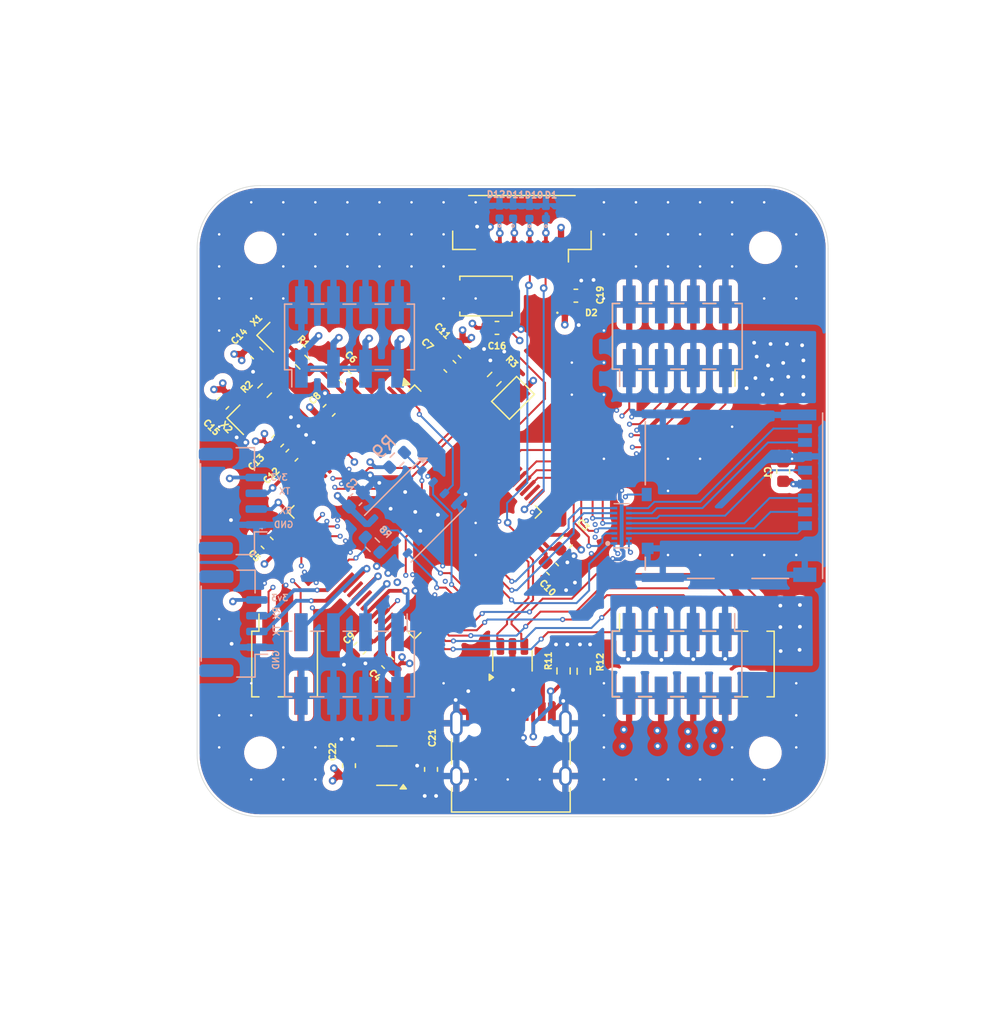
<source format=kicad_pcb>
(kicad_pcb (version 20240108) (generator "pcbnew") (generator_version "8.0")
  (layers (0 "F.Cu" signal) (1 "In1.Cu" power) (2 "In2.Cu" signal) (3 "In3.Cu" power) (4 "In4.Cu" power) (31 "B.Cu" signal) (34 "B.Paste" user) (35 "F.Paste" user) (36 "B.SilkS" user "B.Silkscreen") (37 "F.SilkS" user "F.Silkscreen") (38 "B.Mask" user) (39 "F.Mask" user) (44 "Edge.Cuts" user))
  (net 0 "")
  (net 1 "GND")
  (net 2 "+3.3V")
  (net 3 "/NRST")
  (net 4 "+5V")
  (net 5 "/DEBUG_JTMS-SWDIO")
  (net 6 "/DEBUG_JTCK-SWCLK")
  (net 7 "/SDMMC1_D1")
  (net 8 "/SDMMC1_D0")
  (net 9 "/SDMMC1_CK")
  (net 10 "/SDMMC1_CMD")
  (net 11 "/SDMMC1_D3")
  (net 12 "/QUADSPI_BK1_IO0")
  (net 13 "/QUADSPI_BK1_IO2")
  (net 14 "/QUADSPI_BK1_IO3")
  (net 15 "/QUADSPI_BK1_NCS")
  (net 16 "/QUADSPI_BK1_IO1")
  (net 17 "/SERVO_1")
  (net 18 "/SERVO_2")
  (net 19 "/SERVO_4")
  (net 20 "/SERVO_3")
  (net 21 "Net-(X1-OUT)")
  (net 22 "Net-(U1-PC14)")
  (net 23 "Net-(X2-OUT)")
  (net 24 "/RCC_OSC_IN")
  (net 25 "/BOOT0")
  (net 26 "/QUADSPI_CLK")
  (net 27 "Net-(J2-CC2)")
  (net 28 "Net-(J2-CC1)")
  (net 29 "/SPI1_MOSI")
  (net 34 "/SPI1_MISO")
  (net 35 "/UART4_RX")
  (net 37 "/SPI1_SCK")
  (net 40 "Net-(C10-Pad1)")
  (net 42 "/DEBUG_JTDO-SWO")
  (net 47 "/I2C_SCL")
  (net 48 "/SPI2_MOSI")
  (net 54 "/SPI2_MISO")
  (net 64 "/UART4_TX")
  (net 65 "/SPI2_SCK")
  (net 79 "/I2C_SDA")
  (net 82 "Net-(C9-Pad1)")
  (net 92 "Net-(IC2-CLK)")
  (net 93 "/SD_WP{slash}CD")
  (net 94 "/SDMMC1_D2")
  (net 95 "Net-(J1-DAT0)")
  (net 96 "Net-(J1-DAT2)")
  (net 97 "Net-(J1-CD{slash}DAT3^2)")
  (net 98 "Net-(J1-CLK)")
  (net 99 "Net-(J1-DAT1)")
  (net 100 "Net-(J1-CMD)")
  (net 102 "/USB_OTG_FS_P")
  (net 103 "/USB_OTG_FS_N")
  (net 104 "Net-(J2-D+-PadA6)")
  (net 105 "Net-(J2-D--PadA7)")
  (net 107 "/bmp585_CS")
  (net 108 "/IMU_1_CS")
  (net 109 "/BMP_585_INT")
  (net 111 "/UART7_TX")
  (net 113 "/UART7_RX")
  (footprint "Connector_PinSocket_2.54mm:PinSocket_2x04_P2.54mm_Vertical_SMD" (layer "F.Cu") (at 169.512479 75.689999 -90)
    (property "Reference" "J9" (hide yes))
    (property "Value" "Conn_02x04_Odd_Even")
  )
  (footprint "Capacitor_SMD:C_0603_1608Metric" (layer "F.Cu") (at 160.720816 91.968807 -135)
    (property "Reference" "C3")
    (property "Value" "100n")
  )
  (footprint "Resistor_SMD:R_0603_1608Metric" (layer "F.Cu") (at 155.010928 79.081787 -135)
    (property "Reference" "R3")
    (property "Value" "10k")
  )
  (footprint "Capacitor_SMD:C_0603_1608Metric" (layer "F.Cu") (at 155.225 75.025 180)
    (property "Reference" "C16")
    (property "Value" "100n")
  )
  (footprint "Oscillator:Oscillator_SMD_Abracon_ASCO-4Pin_1.6x1.2mm" (layer "F.Cu") (at 135.1 82.3 45)
    (property "Reference" "X2")
    (property "Value" "ASCO")
  )
  (footprint "Capacitor_SMD:C_0603_1608Metric" (layer "F.Cu") (at 136.18421 77.013499 135)
    (property "Reference" "C14")
    (property "Value" "100nF")
  )
  (footprint "Diode_SMD:D_0402_1005Metric" (layer "F.Cu") (at 161.1 73.825)
    (property "Reference" "D2")
    (property "Value" "0603ESDA-05N")
  )
  (footprint "Resistor_SMD:R_0603_1608Metric" (layer "F.Cu") (at 160.5 102.2 90)
    (property "Reference" "R11")
    (property "Value" "5k1")
  )
  (footprint "MountingHole:MountingHole_2.2mm_M2" (layer "F.Cu") (at 176.487479 68.675)
    (property "Reference" "H3" (hide yes))
    (property "Value" "MountingHole")
  )
  (footprint "Capacitor_SMD:C_0603_1608Metric" (layer "F.Cu") (at 133.5 81 45)
    (property "Reference" "C15")
    (property "Value" "100nF")
  )
  (footprint "Connector_JST:JST_GH_SM06B-GHS-TB_1x06-1MP_P1.25mm_Horizontal" (layer "F.Cu") (at 157.2 67.1 180)
    (property "Reference" "J3" (hide yes))
    (property "Value" "Conn_01x06_MountingPin")
  )
  (footprint "Capacitor_SMD:C_0603_1608Metric" (layer "F.Cu") (at 151.493072 78.074159 -45)
    (property "Reference" "C7")
    (property "Value" "100n")
  )
  (footprint "Resistor_SMD:R_0603_1608Metric" (layer "F.Cu") (at 162.1 102.225 90)
    (property "Reference" "R12")
    (property "Value" "5k1")
  )
  (footprint "Capacitor_SMD:C_0603_1608Metric" (layer "F.Cu") (at 138.977282 85.109872 45)
    (property "Reference" "C12")
    (property "Value" "100n")
  )
  (footprint "Resistor_SMD:R_0603_1608Metric" (layer "F.Cu") (at 136.820606 79.983348 45)
    (property "Reference" "R2")
    (property "Value" "22")
  )
  (footprint "Capacitor_SMD:C_0603_1608Metric" (layer "F.Cu") (at 146.561003 101.532426 135)
    (property "Reference" "C4")
    (property "Value" "100n")
  )
  (footprint "Capacitor_SMD:C_0603_1608Metric" (layer "F.Cu") (at 137.845911 83.978501 45)
    (property "Reference" "C13")
    (property "Value" "1u")
  )
  (footprint "Fiducial:Fiducial_0.5mm_Mask1mm" (layer "F.Cu") (at 178.987479 66.175)
    (property "Reference" "FID1" (hide yes))
    (property "Value" "Fiducial")
  )
  (footprint "Capacitor_SMD:C_0603_1608Metric" (layer "F.Cu") (at 177.9 86.4 90)
    (property "Reference" "C1")
    (property "Value" "100n")
  )
  (footprint "Capacitor_SMD:C_0603_1608Metric" (layer "F.Cu") (at 144.368972 100.401055 -135)
    (property "Reference" "C9")
    (property "Value" "2.2u")
  )
  (footprint "Fiducial:Fiducial_0.5mm_Mask1mm" (layer "F.Cu") (at 178.987479 111.175)
    (property "Reference" "FID2" (hide yes))
    (property "Value" "Fiducial")
  )
  (footprint "Package_QFP:LQFP-100_14x14mm_P0.5mm" (layer "F.Cu") (at 148.7 89.6 -45)
    (property "Reference" "U1" (hide yes))
    (property "Value" "STM32H743VITx")
  )
  (footprint "Capacitor_SMD:C_0603_1608Metric" (layer "F.Cu") (at 141.929453 81.55666 45)
    (property "Reference" "C8")
    (property "Value" "100n")
  )
  (footprint "Jumper:SolderJumper-2_P1.3mm_Open_TrianglePad1.0x1.5mm" (layer "F.Cu") (at 156.495852 80.566711 -135)
    (property "Reference" "JP1" (hide yes))
    (property "Value" "SolderJumper_2_Open")
  )
  (footprint "Connector_PinSocket_2.54mm:PinSocket_2x02_P2.54mm_Vertical_SMD" (layer "F.Cu") (at 138.39748 101.65 90)
    (property "Reference" "J8" (hide yes))
    (property "Value" "Conn_02x02_Odd_Even")
  )
  (footprint "Capacitor_SMD:C_0603_1608Metric" (layer "F.Cu") (at 152.624443 76.942789 -45)
    (property "Reference" "C11")
    (property "Value" "4.7u")
  )
  (footprint "Connector_USB:USB_C_Receptacle_HRO_TYPE-C-31-M-12" (layer "F.Cu") (at 156.325 109.475)
    (property "Reference" "J2" (hide yes))
    (property "Value" "USB_C_Receptacle_USB2.0_16P")
  )
  (footprint "Oscillator:Oscillator_SMD_Abracon_ASCO-4Pin_1.6x1.2mm" (layer "F.Cu") (at 137.47468 75.758385 45)
    (property "Reference" "X1")
    (property "Value" "ASCO")
  )
  (footprint "Fiducial:Fiducial_0.5mm_Mask1mm" (layer "F.Cu") (at 133.987479 111.175)
    (property "Reference" "FID3" (hide yes))
    (property "Value" "Fiducial")
  )
  (footprint "Capacitor_SMD:C_0603_1608Metric_Pad1.08x0.95mm_HandSolder" (layer "F.Cu") (at 143.5 109.7 -90)
    (property "Reference" "C22")
    (property "Value" "100n")
  )
  (footprint "MountingHole:MountingHole_2.2mm_M2" (layer "F.Cu") (at 136.487479 68.675)
    (property "Reference" "H1" (hide yes))
    (property "Value" "MountingHole")
  )
  (footprint "Capacitor_SMD:C_0603_1608Metric" (layer "F.Cu") (at 159.6248 94.125483 -45)
    (property "Reference" "C10")
    (property "Value" "2.2u")
  )
  (footprint "Resistor_SMD:R_0603_1608Metric" (layer "F.Cu") (at 139.808132 77.738284 135)
    (property "Reference" "R1")
    (property "Value" "22")
  )
  (footprint "Package_TO_SOT_SMD:SOT-23-6" (layer "F.Cu") (at 156.450001 101.4 90)
    (property "Reference" "U2" (hide yes))
    (property "Value" "USBLC6-2SC6")
  )
  (footprint "Fiducial:Fiducial_0.5mm_Mask1mm" (layer "F.Cu") (at 133.987479 66.175)
    (property "Reference" "FID4" (hide yes))
    (property "Value" "Fiducial")
  )
  (footprint "Capacitor_SMD:C_0603_1608Metric" (layer "F.Cu") (at 137.015061 92.057195 135)
    (property "Reference" "C5")
    (property "Value" "100n")
  )
  (footprint "MountingHole:MountingHole_2.2mm_M2" (layer "F.Cu") (at 136.487479 108.675)
    (property "Reference" "H2" (hide yes))
    (property "Value" "MountingHole")
  )
  (footprint "Capacitor_SMD:C_0603_1608Metric" (layer "F.Cu") (at 143.202245 78.905009 135)
    (property "Reference" "C6")
    (property "Value" "100n")
  )
  (footprint "Button_Switch_SMD:SW_Push_SPST_NO_Alps_SKRK" (layer "F.Cu") (at 154.35 72.5)
    (property "Reference" "SW1" (hide yes))
    (property "Value" "SW_Omron_B3FS")
  )
  (footprint "Capacitor_SMD:C_0603_1608Metric_Pad1.08x0.95mm_HandSolder" (layer "F.Cu") (at 150 110 -90)
    (property "Reference" "C21")
    (property "Value" "100n")
  )
  (footprint "Capacitor_SMD:C_0603_1608Metric" (layer "F.Cu") (at 161.475 72.475 180)
    (property "Reference" "C19")
    (property "Value" "100n")
  )
  (footprint "Connector_PinSocket_2.54mm:PinSocket_2x05_P2.54mm_Vertical_SMD" (layer "F.Cu") (at 170.775 101.65 90)
    (property "Reference" "J10" (hide yes))
    (property "Value" "Conn_02x05_Odd_Even")
  )
  (footprint "Package_TO_SOT_SMD:SOT-23-5" (layer "F.Cu") (at 146.5 109.7 180)
    (property "Reference" "U4" (hide yes))
    (property "Value" "AP2112K-3.3")
  )
  (footprint "MountingHole:MountingHole_2.2mm_M2" (layer "F.Cu") (at 176.487479 108.675)
    (property "Reference" "H4" (hide yes))
    (property "Value" "MountingHole")
  )
  (footprint "Connector_PinSocket_2.54mm:PinSocket_2x04_P2.54mm_Vertical_SMD" (layer "B.Cu") (at 143.537479 75.739999 -90)
    (property "Reference" "J5" (hide yes))
    (property "Value" "Conn_02x04_Odd_Even")
  )
  (footprint "Diode_SMD:D_0402_1005Metric" (layer "B.Cu") (at 155.425 65.85 90)
    (property "Reference" "D12")
    (property "Value" "0603ESDA-05N")
  )
  (footprint "Package_SON:WSON-8-1EP_6x5mm_P1.27mm_EP3.4x4.3mm" (layer "B.Cu") (at 148.7 89.6 -135)
    (property "Reference" "IC2" (hide yes))
    (property "Value" "W25N01GVZEIG")
  )
  (footprint "Diode_SMD:D_0402_1005Metric" (layer "B.Cu") (at 157.8 65.875 90)
    (property "Reference" "D10")
    (property "Value" "0603ESDA-05N")
  )
  (footprint "Diode_SMD:D_0402_1005Metric" (layer "B.Cu") (at 159.1 65.875 90)
    (property "Reference" "D1")
    (property "Value" "0603ESDA-05N")
  )
  (footprint "Connector_PinSocket_2.54mm:PinSocket_2x04_P2.54mm_Vertical_SMD" (layer "B.Cu") (at 169.512479 75.689999 -90)
    (property "Reference" "J6" (hide yes))
    (property "Value" "Conn_02x04_Odd_Even")
  )
  (footprint "Connector_JST:JST_GH_SM04B-GHS-TB_1x04-1MP_P1.25mm_Horizontal" (layer "B.Cu") (at 134.35 98.45 90)
    (property "Reference" "J12" (hide yes))
    (property "Value" "Conn_01x04_MountingPin")
  )
  (footprint "EMIF06:EMIF06MSD02N16" (layer "B.Cu") (at 164.9 90.699999 90)
    (property "Reference" "U3" (hide yes))
    (property "Value" "EMIF06-MSD02N16" (hide yes))
  )
  (footprint "Diode_SMD:D_0402_1005Metric" (layer "B.Cu") (at 156.5 65.8575 90)
    (property "Reference" "D11")
    (property "Value" "0603ESDA-05N")
  )
  (footprint "Connector_PinSocket_2.54mm:PinSocket_2x04_P2.54mm_Vertical_SMD" (layer "B.Cu") (at 169.487479 101.625 90)
    (property "Reference" "J4" (hide yes))
    (property "Value" "Conn_02x04_Odd_Even")
  )
  (footprint "Connector_JST:JST_GH_SM04B-GHS-TB_1x04-1MP_P1.25mm_Horizontal" (layer "B.Cu") (at 134.3 88.75 90)
    (property "Reference" "J11" (hide yes))
    (property "Value" "Conn_01x04_MountingPin")
  )
  (footprint "Capacitor_SMD:C_0603_1608Metric" (layer "B.Cu") (at 144.05 88.625 45)
    (property "Reference" "C2")
    (property "Value" "100n")
  )
  (footprint "Connector_PinSocket_2.54mm:PinSocket_2x04_P2.54mm_Vertical_SMD" (layer "B.Cu") (at 143.537479 101.65 90)
    (property "Reference" "J7" (hide yes))
    (property "Value" "Conn_02x04_Odd_Even")
  )
  (footprint "503398-1892:MOLEX_503398-1892" (layer "B.Cu") (at 174 88.32 90)
    (property "Reference" "J1" (hide yes))
    (property "Value" "503398-1892")
  )
  (footprint "Resistor_SMD:R_0603_1608Metric" (layer "B.Cu") (at 145.375 92.2 135)
    (property "Reference" "R8")
    (property "Value" "22")
  )
  (footprint "Resistor_SMD:R_0603_1608Metric" (layer "B.Cu") (at 147.3 85.475 -135)
    (property "Reference" "R9")
    (property "Value" "10k")
  )
  (gr_line (start 136.462479 63.75) (end 176.462479 63.75) (stroke (width 0.05)) (layer "Edge.Cuts"))
  (gr_arc (start 181.462479 108.75) (mid 179.998013 112.285534) (end 176.462479 113.75) (stroke (width 0.05)) (layer "Edge.Cuts"))
  (gr_arc (start 136.462479 113.75) (mid 132.926945 112.285534) (end 131.462479 108.75) (stroke (width 0.05)) (layer "Edge.Cuts"))
  (gr_line (start 181.462479 68.75) (end 181.462479 108.75) (stroke (width 0.05)) (layer "Edge.Cuts"))
  (gr_arc (start 176.462479 63.75) (mid 179.998013 65.214466) (end 181.462479 68.75) (stroke (width 0.05)) (layer "Edge.Cuts"))
  (gr_arc (start 131.462479 68.75) (mid 132.926945 65.214466) (end 136.462479 63.75) (stroke (width 0.05)) (layer "Edge.Cuts"))
  (gr_line (start 131.462479 108.75) (end 131.462479 68.75) (stroke (width 0.05)) (layer "Edge.Cuts"))
  (gr_line (start 176.462479 113.75) (end 136.462479 113.75) (stroke (width 0.05)) (layer "Edge.Cuts"))
  (gr_text "3v3" (at 138.75 96.7 0) (layer "B.SilkS") (effects (font (size 0.5 0.5) (thickness 0.1)) (justify left bottom mirror)))
  (gr_text "TX" (at 138.9 88.25 0) (layer "B.SilkS") (effects (font (size 0.5 0.5) (thickness 0.1)) (justify left bottom mirror)))
  (gr_text "3v3" (at 138.7 87.15 0) (layer "B.SilkS") (effects (font (size 0.5 0.5) (thickness 0.1)) (justify left bottom mirror)))
  (gr_text "GND" (at 139.15 90.9 0) (layer "B.SilkS") (effects (font (size 0.5 0.5) (thickness 0.1)) (justify left bottom mirror)))
  (gr_text "RX" (at 138.05 97.05 90) (layer "B.SilkS") (effects (font (size 0.5 0.5) (thickness 0.1)) (justify left bottom mirror)))
  (gr_text "GND" (at 138 100.5 90) (layer "B.SilkS") (effects (font (size 0.5 0.5) (thickness 0.1)) (justify left bottom mirror)))
  (gr_text "RX" (at 139.05 89.8 0) (layer "B.SilkS") (effects (font (size 0.5 0.5) (thickness 0.1)) (justify left bottom mirror)))
  (gr_text "TX" (at 138.05 98.5 90) (layer "B.SilkS") (effects (font (size 0.5 0.5) (thickness 0.1)) (justify left bottom mirror)))
  (segment (start 154.075 68.95) (end 154.075 67.425) (width 0.5) (layer "F.Cu") (net 1))
  (segment (start 154.075 67.625) (end 154.675 67.025) (width 0.5) (layer "F.Cu") (net 1))
  (segment (start 138.305532 91.509187) (end 139.030315 90.784404) (width 0.3) (layer "F.Cu") (net 1))
  (segment (start 159.39499 92.516815) (end 160.172808 92.516815) (width 0.3) (layer "F.Cu") (net 1))
  (segment (start 139.9 85.1) (end 139.9 84.936574) (width 0.3) (layer "F.Cu") (net 1))
  (segment (start 136.467053 91.509187) (end 138.305532 91.509187) (width 0.3) (layer "F.Cu") (net 1))
  (segment (start 146.3 99.778175) (end 147.162043 98.916132) (width 0.3) (layer "F.Cu") (net 1))
  (segment (start 150.237957 80.243667) (end 152.990827 77.490797) (width 0.3) (layer "F.Cu") (net 1))
  (segment (start 159.575 105.43) (end 159.62 105.43) (width 0.3) (layer "F.Cu") (net 1))
  (segment (start 159.62 105.43) (end 160.475 104.575) (width 0.3) (layer "F.Cu") (net 1))
  (segment (start 177.9 85.625) (end 178.375 85.625) (width 0.5) (layer "F.Cu") (net 1))
  (segment (start 154.075 68.95) (end 154.075 67.625) (width 0.5) (layer "F.Cu") (net 1))
  (segment (start 152.990827 77.490797) (end 153.172451 77.490797) (width 0.3) (layer "F.Cu") (net 1))
  (segment (start 141.151635 86.294276) (end 141.094276 86.294276) (width 0.3) (layer "F.Cu") (net 1))
  (segment (start 147.6375 109.7) (end 148.9 109.7) (width 0.5) (layer "F.Cu") (net 1))
  (segment (start 150.237957 80.283868) (end 150.237957 80.243667) (width 0.3) (layer "F.Cu") (net 1))
  (segment (start 156.5 103.7) (end 156.5 102.587499) (width 0.5) (layer "F.Cu") (net 1))
  (segment (start 158.016132 91.137957) (end 159.39499 92.516815) (width 0.3) (layer "F.Cu") (net 1))
  (segment (start 142.477461 81.008652) (end 142.477461 81.25614) (width 0.3) (layer "F.Cu") (net 1))
  (segment (start 142.477461 81.25614) (end 144.333616 83.112295) (width 0.3) (layer "F.Cu") (net 1))
  (segment (start 146.012995 100.984418) (end 146.3 100.697413) (width 0.3) (layer "F.Cu") (net 1))
  (segment (start 141.094276 86.294276) (end 139.9 85.1) (width 0.3) (layer "F.Cu") (net 1))
  (segment (start 146.3 100.697413) (end 146.3 99.778175) (width 0.3) (layer "F.Cu") (net 1))
  (segment (start 139.9 84.936574) (end 138.393919 83.430493) (width 0.3) (layer "F.Cu") (net 1))
  (segment (start 143.820964 100.979036) (end 143.820964 100.949063) (width 0.5) (layer "F.Cu") (net 1))
  (segment (start 178.375 85.625) (end 178.6 85.4) (width 0.5) (layer "F.Cu") (net 1))
  (segment (start 139.52529 84.561864) (end 139.52529 84.47471) (width 0.5) (layer "F.Cu") (net 1))
  (segment (start 156.5 102.587499) (end 156.450001 102.5375) (width 0.5) (layer "F.Cu") (net 1))
  (segment (start 154.075 67.425) (end 153.65 67) (width 0.5) (layer "F.Cu") (net 1))
  (segment (start 143.1 101.7) (end 143.820964 100.979036) (width 0.5) (layer "F.Cu") (net 1))
  (via (at 160.8 100.1) (size 0.6) (drill 0.3) (layers "F.Cu" "B.Cu") (net 1))
  (via (at 142.9 87.375) (size 0.4) (drill 0.2) (layers "F.Cu" "B.Cu") (net 1))
  (via (at 151.125 95.1) (size 0.4) (drill 0.2) (layers "F.Cu" "B.Cu") (net 1))
  (via (at 176.395 93.015) (size 0.4) (drill 0.2) (layers "F.Cu" "B.Cu") (net 1))
  (via (at 135.755 110.795) (size 0.4) (drill 0.2) (layers "F.Cu" "B.Cu") (net 1))
  (via (at 166.235 65.075) (size 0.4) (drill 0.2) (layers "F.Cu" "B.Cu") (net 1))
  (via (at 148.55 94.575) (size 0.4) (drill 0.2) (layers "F.Cu" "B.Cu") (net 1))
  (via (at 141.75 90.35) (size 0.4) (drill 0.2) (layers "F.Cu" "B.Cu") (net 1))
  (via (at 135.755 65.075) (size 0.4) (drill 0.2) (layers "F.Cu" "B.Cu") (net 1))
  (via (at 153.535 65.075) (size 0.4) (drill 0.2) (layers "F.Cu" "B.Cu") (net 1))
  (via (at 133.215 75.235) (size 0.4) (drill 0.2) (layers "F.Cu" "B.Cu") (net 1))
  (via (at 163.695 108.255) (size 0.4) (drill 0.2) (layers "F.Cu" "B.Cu") (net 1))
  (via (at 140.835 70.155) (size 0.4) (drill 0.2) (layers "F.Cu" "B.Cu") (net 1))
  (via (at 151.95 104.5) (size 0.6) (drill 0.3) (layers "F.Cu" "B.Cu") (net 1))
  (via (at 148.75 89.6) (size 0.6) (drill 0.3) (layers "F.Cu" "B.Cu") (net 1))
  (via (at 160.8 93.6) (size 0.6) (drill 0.3) (layers "F.Cu" "B.Cu") (net 1))
  (via (at 143.375 65.075) (size 0.4) (drill 0.2) (layers "F.Cu" "B.Cu") (net 1))
  (via (at 156.5 103.7) (size 0.6) (drill 0.3) (layers "F.Cu" "B.Cu") (net 1))
  (via (at 154.2 76.7) (size 0.6) (drill 0.3) (layers "F.Cu" "B.Cu") (net 1))
  (via (at 145.7 93.9) (size 0.6) (drill 0.3) (layers "F.Cu" "B.Cu") (net 1))
  (via (at 173.855 70.155) (size 0.4) (drill 0.2) (layers "F.Cu" "B.Cu") (net 1))
  (via (at 163.695 80.315) (size 0.4) (drill 0.2) (layers "F.Cu" "B.Cu") (net 1))
  (via (at 143.6 92.8) (size 0.4) (drill 0.2) (layers "F.Cu" "B.Cu") (net 1))
  (via (at 155.375 90.35) (size 0.4) (drill 0.2) (layers "F.Cu" "B.Cu") (net 1))
  (via (at 138.295 108.255) (size 0.4) (drill 0.2) (layers "F.Cu" "B.Cu") (net 1))
  (via (at 145.915 65.075) (size 0.4) (drill 0.2) (layers "F.Cu" "B.Cu") (net 1))
  (via (at 153.535 90.475) (size 0.4) (drill 0.2) (layers "F.Cu" "B.Cu") (net 1))
  (via (at 171.315 85.395) (size 0.4) (drill 0.2) (layers "F.Cu" "B.Cu") (net 1))
  (via (at 133.215 70.155) (size 0.4) (drill 0.2) (layers "F.Cu" "B.Cu") (net 1))
  (via (at 154.675 67.025) (size 0.6) (drill 0.3) (layers "F.Cu" "B.Cu") (net 1))
  (via (at 150.55 89.825) (size 0.6) (drill 0.3) (layers "F.Cu" "B.Cu") (net 1))
  (via (at 178.935 70.155) (size 0.4) (drill 0.2) (layers "F.Cu" "B.Cu") (net 1))
  (via (at 157.3 107.5) (size 0.6) (drill 0.3) (layers "F.Cu" "B.Cu") (net 1))
  (via (at 168.775 93.015) (size 0.4) (drill 0.2) (layers "F.Cu" "B.Cu") (net 1))
  (via (at 145.915 67.615) (size 0.4) (drill 0.2) (layers "F.Cu" "B.Cu") (net 1))
  (via (at 150.995 67.615) (size 0.4) (drill 0.2) (layers "F.Cu" "B.Cu") (net 1))
  (via (at 143.375 70.155) (size 0.4) (drill 0.2) (layers "F.Cu" "B.Cu") (net 1))
  (via (at 138.295 72.695) (size 0.4) (drill 0.2) (layers "F.Cu" "B.Cu") (net 1))
  (via (at 145.915 70.155) (size 0.4) (drill 0.2) (layers "F.Cu" "B.Cu") (net 1))
  (via (at 140.7 84.1) (size 0.6) (drill 0.3) (layers "F.Cu" "B.Cu") (net 1))
  (via (at 163.695 77.775) (size 0.4) (drill 0.2) (layers "F.Cu" "B.Cu") (net 1))
  (via (at 153.65 67) (size 0.6) (drill 0.3) (layers "F.Cu" "B.Cu") (net 1))
  (via (at 155.8 76.9) (size 0.6) (drill 0.3) (layers "F.Cu" "B.Cu") (net 1))
  (via (at 140.835 67.615) (size 0.4) (drill 0.2) (layers "F.Cu" "B.Cu") (net 1))
  (via (at 161.9 71.275) (size 0.6) (drill 0.3) (layers "F.Cu" "B.Cu") (net 1))
  (via (at 135.755 103.175) (size 0.4) (drill 0.2) (layers "F.Cu" "B.Cu") (net 1))
  (via (at 146.6 94.45) (size 0.6) (drill 0.3) (layers "F.Cu" "B.Cu") (net 1))
  (via (at 161.155 80.315) (size 0.4) (drill 0.2) (layers "F.Cu" "B.Cu") (net 1))
  (via (at 133.215 82.855) (size 0.4) (drill 0.2) (layers "F.Cu" "B.Cu") (net 1))
  (via (at 150.995 70.155) (size 0.4) (drill 0.2) (layers "F.Cu" "B.Cu") (net 1))
  (via (at 143.8 107.6) (size 0.6) (drill 0.3) (layers "F.Cu" "B.Cu") (net 1))
  (via (at 134.6 83.7) (size 0.6) (drill 0.3) (layers "F.Cu" "B.Cu") (net 1))
  (via (at 178.935 67.615) (size 0.4) (drill 0.2) (layers "F.Cu" "B.Cu") (net 1))
  (via (at 143.225 91.9) (size 0.4) (drill 0.2) (layers "F.Cu" "B.Cu") (net 1))
  (via (at 165.1 87.9) (size 0.4) (drill 0.2) (layers "F.Cu" "B.Cu") (net 1))
  (via (at 135.755 105.715) (size 0.4) (drill 0.2) (layers "F.Cu" "B.Cu") (net 1))
  (via (at 148.455 65.075) (size 0.4) (drill 0.2) (layers "F.Cu" "B.Cu") (net 1))
  (via (at 163.695 65.075) (size 0.4) (drill 0.2) (layers "F.Cu" "B.Cu") (net 1))
  (via (at 133.215 72.695) (size 0.4) (drill 0.2) (layers "F.Cu" "B.Cu") (net 1))
  (via (at 160.475 104.575) (size 0.6) (drill 0.3) (layers "F.Cu" "B.Cu") (net 1))
  (via (at 153.535 72.695) (size 0.4) (drill 0.2) (layers "F.Cu" "B.Cu") (net 1))
  (via (at 173.855 110.795) (size 0.4) (drill 0.2) (layers "F.Cu" "B.Cu") (net 1))
  (via (at 143.5 86.225) (size 0.4) (drill 0.2) (layers "F.Cu" "B.Cu") (net 1))
  (via (at 158.615 110.795) (size 0.4) (drill 0.2) (layers "F.Cu" "B.Cu") (net 1))
  (via (at 133.215 108.255) (size 0.4) (drill 0.2) (layers "F.Cu" "B.Cu") (net 1))
  (via (at 139.5 82.8) (size 0.6) (drill 0.3) (layers "F.Cu" "B.Cu") (net 1))
  (via (at 168.775 87.935) (size 0.4) (drill 0.2) (layers "F.Cu" "B.Cu") (net 1))
  (via (at 134.15 90.25) (size 0.6) (drill 0.3) (layers "F.Cu" "B.Cu") (net 1))
  (via (at 141.6 80.2) (size 0.6) (drill 0.3) (layers "F.Cu" "B.Cu") (net 1))
  (via (at 173.855 67.615) (size 0.4) (drill 0.2) (layers "F.Cu" "B.Cu") (net 1))
  (via (at 138.295 67.615) (size 0.4) (drill 0.2) (layers "F.Cu" "B.Cu") (net 1))
  (via (at 159.9 100.1) (size 0.6) (drill 0.3) (layers "F.Cu" "B.Cu") (net 1))
  (via (at 156.075 110.795) (size 0.4) (drill 0.2) (layers "F.Cu" "B.Cu") (net 1))
  (via (at 161.8 100.1) (size 0.6) (drill 0.3) (layers "F.Cu" "B.Cu") (net 1))
  (via (at 162.6 100.1) (size 0.6) (drill 0.3) (layers "F.Cu" "B.Cu") (net 1))
  (via (at 149.5 112.1) (size 0.6) (drill 0.3) (layers "F.Cu" "B.Cu") (net 1))
  (via (at 164.4 93.3) (size 0.4) (drill 0.2) (layers "F.Cu" "B.Cu") (net 1))
  (via (at 160.7 95.8) (size 0.6) (drill 0.3) (layers "F.Cu" "B.Cu") (net 1))
  (via (at 133.215 67.615) (size 0.4) (drill 0.2) (layers "F.Cu" "B.Cu") (net 1))
  (via (at 145.9 87.3) (size 0.6) (drill 0.3) (layers "F.Cu" "B.Cu") (net 1))
  (via (at 176.395 65.075) (size 0.4) (drill 0.2) (layers "F.Cu" "B.Cu") (net 1))
  (via (at 135.755 72.695) (size 0.4) (drill 0.2) (layers "F.Cu" "B.Cu") (net 1))
  (via (at 178.6 85.4) (size 0.4) (drill 0.2) (layers "F.Cu" "B.Cu") (net 1))
  (via (at 149.15 91.1) (size 0.6) (drill 0.3) (layers "F.Cu" "B.Cu") (net 1))
  (via (at 147.95 88.025) (size 0.6) (drill 0.3) (layers "F.Cu" "B.Cu") (net 1))
  (via (at 140.835 110.795) (size 0.4) (drill 0.2) (layers "F.Cu" "B.Cu") (net 1))
  (via (at 171.315 67.615) (size 0.4) (drill 0.2) (layers "F.Cu" "B.Cu") (net 1))
  (via (at 148.75 95.85) (size 0.6) (drill 0.3) (layers "F.Cu" "B.Cu") (net 1))
  (via (at 168.775 67.615) (size 0.4) (drill 0.2) (layers "F.Cu" "B.Cu") (net 1))
  (via (at 139.975 94.375) (size 0.4) (drill 0.2) (layers "F.Cu" "B.Cu") (net 1))
  (via (at 161.155 77.775) (size 0.4) (drill 0.2) (layers "F.Cu" "B.Cu") (net 1))
  (via (at 171.315 70.155) (size 0.4) (drill 0.2) (layers "F.Cu" "B.Cu") (net 1))
  (via (at 157.125 75.125) (size 0.6) (drill 0.3) (layers "F.Cu" "B.Cu") (net 1))
  (via (at 173.855 108.255) (size 0.4) (drill 0.2) (layers "F.Cu" "B.Cu") (net 1))
  (via (at 168.775 85.395) (size 0.4) (drill 0.2) (layers "F.Cu" "B.Cu") (net 1))
  (via (at 153.535 93.015) (size 0.4) (drill 0.2) (layers "F.Cu" "B.Cu") (net 1))
  (via (at 178.935 103.175) (size 0.4) (drill 0.2) (layers "F.Cu" "B.Cu") (net 1))
  (via (at 162.875 71.225) (size 0.6) (drill 0.3) (layers "F.Cu" "B.Cu") (net 1))
  (via (at 173.855 65.075) (size 0.4) (drill 0.2) (layers "F.Cu" "B.Cu") (net 1))
  (via (at 162.3 90.3) (size 0.4) (drill 0.2) (layers "F.Cu" "B.Cu") (net 1))
  (via (at 166.275 85) (size 0.4) (drill 0.2) (layers "F.Cu" "B.Cu") (net 1))
  (via (at 138.9 82.1) (size 0.6) (drill 0.3) (layers "F.Cu" "B.Cu") (net 1))
  (via (at 163.695 75.235) (size 0.4) (drill 0.2) (layers "F.Cu" "B.Cu") (net 1))
  (via (at 166.235 70.155) (size 0.4) (drill 0.2) (layers "F.Cu" "B.Cu") (net 1))
  (via (at 164.7 81.55) (size 0.4) (drill 0.2) (layers "F.Cu" "B.Cu") (net 1))
  (via (at 178.935 93.015) (size 0.4) (drill 0.2) (layers "F.Cu" "B.Cu") (net 1))
  (via (at 163.695 85.395) (size 0.4) (drill 0.2) (layers "F.Cu" "B.Cu") (net 1))
  (via (at 173.855 82.855) (size 0.4) (drill 0.2) (layers "F.Cu" "B.Cu") (net 1))
  (via (at 152.75 88.2) (size 0.6) (drill 0.3) (layers "F.Cu" "B.Cu") (net 1))
  (via (at 154.7 77.6) (size 0.6) (drill 0.3) (layers "F.Cu" "B.Cu") (net 1))
  (via (at 161.4 95.2) (size 0.6) (drill 0.3) (layers "F.Cu" "B.Cu") (net 1))
  (via (at 142.9 107.6) (size 0.6) (drill 0.3) (layers "F.Cu" "B.Cu") (net 1))
  (via (at 148.455 70.155) (size 0.4) (drill 0.2) (layers "F.Cu" "B.Cu") (net 1))
  (via (at 171.315 93.015) (size 0.4) (drill 0.2) (layers "F.Cu" "B.Cu") (net 1))
  (via (at 148.9 109.7) (size 0.6) (drill 0.3) (layers "F.Cu" "B.Cu") (net 1))
  (via (at 147.325 95.175) (size 0.6) (drill 0.3) (layers "F.Cu" "B.Cu") (net 1))
  (via (at 163 91.6) (size 0.4) (drill 0.2) (layers "F.Cu" "B.Cu") (net 1))
  (via (at 135.9 78.5) (size 0.6) (drill 0.3) (layers "F.Cu" "B.Cu") (net 1))
  (via (at 178.935 72.695) (size 0.4) (drill 0.2) (layers "F.Cu" "B.Cu") (net 1))
  (via (at 163.695 72.695) (size 0.4) (drill 0.2) (layers "F.Cu" "B.Cu") (net 1))
  (via (at 149.75 86.775) (size 0.4) (drill 0.2) (layers "F.Cu" "B.Cu") (net 1))
  (via (at 133.215 105.715) (size 0.4) (drill 0.2) (layers "F.Cu" "B.Cu") (net 1))
  (via (at 162.7 92.9) (size 0.4) (drill 0.2) (layers "F.Cu" "B.Cu") (net 1))
  (via (at 138.5 95.4) (size 0.4) (drill 0.2) (layers "F.Cu" "B.Cu") (net 1))
  (via (at 161.7 74.8) (size 0.6) (drill 0.3) (layers "F.Cu" "B.Cu") (net 1))
  (via (at 178.935 105.715) (size 0.4) (drill 0.2) (layers "F.Cu" "B.Cu") (net 1))
  (via (at 163.695 105.715) (size 0.4) (drill 0.2) (layers "F.Cu" "B.Cu") (net 1))
  (via (at 166.3 83.125) (size 0.4) (drill 0.2) (layers "F.Cu" "B.Cu") (net 1))
  (via (at 150.995 72.695) (size 0.4) (drill 0.2) (layers "F.Cu" "B.Cu") (net 1))
  (via (at 140.1 83.5) (size 0.6) (drill 0.3) (layers "F.Cu" "B.Cu") (net 1))
  (via (at 168.775 70.155) (size 0.4) (drill 0.2) (layers "F.Cu" "B.Cu") (net 1))
  (via (at 153.535 110.795) (size 0.4) (drill 0.2) (layers "F.Cu" "B.Cu") (net 1))
  (via (at 135.3 84.1) (size 0.6) (drill 0.3) (layers "F.Cu" "B.Cu") (net 1))
  (via (at 150.925 93.875) (size 0.4) (drill 0.2) (layers "F.Cu" "B.Cu") (net 1))
  (via (at 140.9 95.2) (size 0.4) (drill 0.2) (layers "F.Cu" "B.Cu") (net 1))
  (via (at 140.835 65.075) (size 0.4) (drill 0.2) (layers "F.Cu" "B.Cu") (net 1))
  (via (at 136.8 95.25) (size 0.4) (drill 0.2) (layers "F.Cu" "B.Cu") (net 1))
  (via (at 148.455 67.615) (size 0.4) (drill 0.2) (layers "F.Cu" "B.Cu") (net 1))
  (via (at 171.315 110.795) (size 0.4) (drill 0.2) (layers "F.Cu" "B.Cu") (net 1))
  (via (at 165.9 82.075) (size 0.4) (drill 0.2) (layers "F.Cu" "B.Cu") (net 1))
  (via (at 150.3 96.175) (size 0.4) (drill 0.2) (layers "F.Cu" "B.Cu") (net 1))
  (via (at 134.2 100.05) (size 0.6) (drill 0.3) (layers "F.Cu" "B.Cu") (net 1))
  (via (at 168.775 65.075) (size 0.4) (drill 0.2) (layers "F.Cu" "B.Cu") (net 1))
  (via (at 144.8 101.6) (size 0.6) (drill 0.3) (layers "F.Cu" "B.Cu") (net 1))
  (via (at 163 90.6) (size 0.4) (drill 0.2) (layers "F.Cu" "B.Cu") (net 1))
  (via (at 145.175 86.7) (size 0.6) (drill 0.3) (layers "F.Cu" "B.Cu") (net 1))
  (via (at 133.215 98.095) (size 0.4) (drill 0.2) (layers "F.Cu" "B.Cu") (net 1))
  (via (at 161.3 93.1) (size 0.6) (drill 0.3) (layers "F.Cu" "B.Cu") (net 1))
  (via (at 150.4 112.1) (size 0.6) (drill 0.3) (layers "F.Cu" "B.Cu") (net 1))
  (via (at 176.395 72.695) (size 0.4) (drill 0.2) (layers "F.Cu" "B.Cu") (net 1))
  (via (at 158.025 89.625) (size 0.4) (drill 0.2) (layers "F.Cu" "B.Cu") (net 1))
  (via (at 171.315 65.075) (size 0.4) (drill 0.2) (layers "F.Cu" "B.Cu") (net 1))
  (via (at 152.95 103.8) (size 0.6) (drill 0.3) (layers "F.Cu" "B.Cu") (net 1))
  (via (at 138.295 70.155) (size 0.4) (drill 0.2) (layers "F.Cu" "B.Cu") (net 1))
  (via (at 146.8 89.35) (size 0.6) (drill 0.3) (layers "F.Cu" "B.Cu") (net 1))
  (via (at 143.375 67.615) (size 0.4) (drill 0.2) (layers "F.Cu" "B.Cu") (net 1))
  (via (at 176.395 110.795) (size 0.4) (drill 0.2) (layers "F.Cu" "B.Cu") (net 1))
  (via (at 178.935 108.255) (size 0.4) (drill 0.2) (layers "F.Cu" "B.Cu") (net 1))
  (via (at 140.835 108.255) (size 0.4) (drill 0.2) (layers "F.Cu" "B.Cu") (net 1))
  (via (at 143.1 101.7) (size 0.6) (drill 0.3) (layers "F.Cu" "B.Cu") (net 1))
  (via (at 150.995 65.075) (size 0.4) (drill 0.2) (layers "F.Cu" "B.Cu") (net 1))
  (via (at 150.995 103.175) (size 0.4) (drill 0.2) (layers "F.Cu" "B.Cu") (net 1))
  (via (at 140.6 97.2) (size 0.4) (drill 0.2) (layers "F.Cu" "B.Cu") (net 1))
  (via (at 138.295 65.075) (size 0.4) (drill 0.2) (layers "F.Cu" "B.Cu") (net 1))
  (via (at 168.775 110.795) (size 0.4) (drill 0.2) (layers "F.Cu" "B.Cu") (net 1))
  (via (at 142.6 90.25) (size 0.4) (drill 0.2) (layers "F.Cu" "B.Cu") (net 1))
  (via (at 138.295 110.795) (size 0.4) (drill 0.2) (layers "F.Cu" "B.Cu") (net 1))
  (via (at 166.235 110.795) (size 0.4) (drill 0.2) (layers "F.Cu" "B.Cu") (net 1))
  (via (at 163.695 67.615) (size 0.4) (drill 0.2) (layers "F.Cu" "B.Cu") (net 1))
  (via (at 163.695 103.175) (size 0.4) (drill 0.2) (layers "F.Cu" "B.Cu") (net 1))
  (via (at 150.995 75.235) (size 0.4) (drill 0.2) (layers "F.Cu" "B.Cu") (net 1))
  (via (at 166.235 67.615) (size 0.4) (drill 0.2) (layers "F.Cu" "B.Cu") (net 1))
  (via (at 163.695 110.795) (size 0.4) (drill 0.2) (layers "F.Cu" "B.Cu") (net 1))
  (via (at 173.855 93.015) (size 0.4) (drill 0.2) (layers "F.Cu" "B.Cu") (net 1))
  (segment (start 165.25 93.1) (end 165 93.35) (width 0.3) (layer "B.Cu") (net 1))
  (segment (start 165.099999 90.699999) (end 165.1 88.736397) (width 0.3) (layer "B.Cu") (net 1))
  (segment (start 151.956227 88.993773) (end 152.75 88.2) (width 0.5) (layer "B.Cu") (net 1))
  (segment (start 165.099999 92.563602) (end 165.25 92.713603) (width 0.3) (layer "B.Cu") (net 1))
  (segment (start 178.6 85.4) (end 179.425 85.4) (width 0.5) (layer "B.Cu") (net 1))
  (segment (start 155.425 65.365) (end 159.075 65.365) (width 0.3) (layer "B.Cu") (net 1))
  (segment (start 151.956227 89.03785) (end 151.956227 88.993773) (width 0.5) (layer "B.Cu") (net 1))
  (segment (start 179.425 85.4) (end 179.625 85.2) (width 0.5) (layer "B.Cu") (net 1))
  (segment (start 164.95 88.05) (end 165.1 87.9) (width 0.3) (layer "B.Cu") (net 1))
  (segment (start 164.95 88.586397) (end 164.95 88.05) (width 0.3) (layer "B.Cu") (net 1))
  (segment (start 165 93.35) (end 164.45 93.35) (width 0.3) (layer "B.Cu") (net 1))
  (segment (start 136.2 100.325) (end 134.475 100.325) (width 0.3) (layer "B.Cu") (net 1))
  (segment (start 165.25 92.713603) (end 165.25 93.1) (width 0.3) (layer "B.Cu") (net 1))
  (segment (start 134.475 100.325) (end 134.2 100.05) (width 0.3) (layer "B.Cu") (net 1))
  (segment (start 164.45 93.35) (end 164.4 93.3) (width 0.3) (layer "B.Cu") (net 1))
  (segment (start 165.1 88.736397) (end 164.95 88.586397) (width 0.3) (layer "B.Cu") (net 1))
  (segment (start 165.099999 90.699999) (end 165.099999 92.563602) (width 0.3) (layer "B.Cu") (net 1))
  (segment (start 136.15 90.625) (end 134.525 90.625) (width 0.3) (layer "B.Cu") (net 1))
  (segment (start 134.525 90.625) (end 134.15 90.25) (width 0.3) (layer "B.Cu") (net 1))
  (segment (start 157.245941 80.054059) (end 157.008504 80.054059) (width 0.5) (layer "F.Cu") (net 2))
  (segment (start 141.204668 82.104668) (end 140.4 81.3) (width 0.5) (layer "F.Cu") (net 2))
  (segment (start 160.325 70.625) (end 160.3 70.6) (width 0.5) (layer "F.Cu") (net 2))
  (segment (start 158.384404 90.784404) (end 159.020799 91.420799) (width 0.3) (layer "F.Cu") (net 2))
  (segment (start 136.771394 84) (end 136.1 84) (width 0.3) (layer "F.Cu") (net 2))
  (segment (start 135.001693 77.1) (end 135.636202 76.465491) (width 0.5) (layer "F.Cu") (net 2))
  (segment (start 133.5 79.903984) (end 133.5 79.9) (width 0.5) (layer "F.Cu") (net 2))
  (segment (start 160.3 70.6) (end 160.3 67.075) (width 0.5) (layer "F.Cu") (net 2))
  (segment (start 134.993934 81.397918) (end 134.048008 80.451992) (width 0.5) (layer "F.Cu") (net 2))
  (segment (start 143.5 110.562501) (end 145.275002 110.562501) (width 0.5) (layer "F.Cu") (net 2))
  (segment (start 152.076435 76.394781) (end 152.5 75.971216) (width 0.5) (layer "F.Cu") (net 2))
  (segment (start 133.2 79.9) (end 132.8 79.9) (width 0.5) (layer "F.Cu") (net 2))
  (segment (start 142.537499 110.562501) (end 142.2 110.9) (width 0.5) (layer "F.Cu") (net 2))
  (segment (start 142.962501 110.562501) (end 143.5 110.562501) (width 0.5) (layer "F.Cu") (net 2))
  (segment (start 147.594722 101.594722) (end 147.109011 102.080434) (width 0.3) (layer "F.Cu") (net 2))
  (segment (start 137.015059 75.086634) (end 135.636202 76.465491) (width 0.3) (layer "F.Cu") (net 2))
  (segment (start 134.993934 81.628249) (end 134.993934 81.397918) (width 0.5) (layer "F.Cu") (net 2))
  (segment (start 147 101.971423) (end 147 99.785281) (width 0.3) (layer "F.Cu") (net 2))
  (segment (start 148.3 101.6) (end 148.294722 101.594722) (width 0.3) (layer "F.Cu") (net 2))
  (segment (start 142.3 109.9) (end 142.962501 110.562501) (width 0.5) (layer "F.Cu") (net 2))
  (segment (start 160.325 70.625) (end 160.6 70.9) (width 0.5) (layer "F.Cu") (net 2))
  (segment (start 133.5 79.9) (end 133.5 79.5) (width 0.5) (layer "F.Cu") (net 2))
  (segment (start 136.771394 83.428606) (end 136.8 83.4) (width 0.3) (layer "F.Cu") (net 2))
  (segment (start 154.45 75.025) (end 153.625 75.025) (width 0.3) (layer "F.Cu") (net 2))
  (segment (start 133.5 79.9) (end 133.2 79.9) (width 0.5) (layer "F.Cu") (net 2))
  (segment (start 137.563069 92.961931) (end 136.8 93.725) (width 0.3) (layer "F.Cu") (net 2))
  (segment (start 143.5 110.562501) (end 142.537499 110.562501) (width 0.5) (layer "F.Cu") (net 2))
  (segment (start 147 99.785281) (end 147.515596 99.269685) (width 0.3) (layer "F.Cu") (net 2))
  (segment (start 136.771394 84) (end 136.771394 83.428606) (width 0.3) (layer "F.Cu") (net 2))
  (segment (start 133.5 79.5) (end 133.5 79.4) (width 0.5) (layer "F.Cu") (net 2))
  (segment (start 147.109011 102.080434) (end 147 101.971423) (width 0.3) (layer "F.Cu") (net 2))
  (segment (start 134.048008 80.451992) (end 133.5 79.903984) (width 0.5) (layer "F.Cu") (net 2))
  (segment (start 141.381445 82.104668) (end 141.204668 82.104668) (width 0.5) (layer "F.Cu") (net 2))
  (segment (start 145.275002 110.562501) (end 145.3625 110.649999) (width 0.5) (layer "F.Cu") (net 2))
  (segment (start 160.6 70.9) (end 160.6 74.775) (width 0.5) (layer "F.Cu") (net 2))
  (segment (start 143.750253 79.700506) (end 145.747829 81.698082) (width 0.3) (layer "F.Cu") (net 2))
  (segment (start 138.429274 85.65788) (end 139.101025 85.65788) (width 0.3) (layer "F.Cu") (net 2))
  (segment (start 142.618881 82.104668) (end 143.980062 83.465849) (width 0.3) (layer "F.Cu") (net 2))
  (segment (start 139.85788 85.65788) (end 138.429274 85.65788) (width 0.3) (layer "F.Cu") (net 2))
  (segment (start 161.268824 91.420799) (end 161.268824 91.968824) (width 0.5) (layer "F.Cu") (net 2))
  (segment (start 178.475 87.175) (end 178.7 87.4) (width 0.5) (layer "F.Cu") (net 2))
  (segment (start 141.381445 82.104668) (end 142.618881 82.104668) (width 0.3) (layer "F.Cu") (net 2))
  (segment (start 147.7 101.489445) (end 147.109011 102.080434) (width 0.3) (layer "F.Cu") (net 2))
  (segment (start 135.001693 77.1) (end 135.001693 77.598307) (width 0.5) (layer "F.Cu") (net 2))
  (segment (start 158.369685 90.784404) (end 158.384404 90.784404) (width 0.3) (layer "F.Cu") (net 2))
  (segment (start 152.5 75.971216) (end 152.5 75.2) (width 0.5) (layer "F.Cu") (net 2))
  (segment (start 149.884404 79.930315) (end 149.884404 79.915596) (width 0.3) (layer "F.Cu") (net 2))
  (segment (start 147.7 101.1) (end 147.7 101.489445) (width 0.3) (layer "F.Cu") (net 2))
  (segment (start 159.020799 91.420799) (end 161.268824 91.420799) (width 0.3) (layer "F.Cu") (net 2))
  (segment (start 150.945064 77.526151) (end 152.076435 76.394781) (width 0.5) (layer "F.Cu") (net 2))
  (segment (start 177.9 87.175) (end 178.475 87.175) (width 0.5) (layer "F.Cu") (net 2))
  (segment (start 158.1 79.2) (end 157.245941 80.054059) (width 0.5) (layer "F.Cu") (net 2))
  (segment (start 150.6 79.2) (end 150.6 77.871215) (width 0.3) (layer "F.Cu") (net 2))
  (segment (start 137.563069 92.605203) (end 137.563069 92.961931) (width 0.3) (layer "F.Cu") (net 2))
  (segment (start 137.368614 75.086634) (end 137.015059 75.086634) (width 0.3) (layer "F.Cu") (net 2))
  (segment (start 143.750253 79.453017) (end 143.750253 79.700506) (width 0.3) (layer "F.Cu") (net 2))
  (segment (start 152.5 75.971216) (end 153.028784 75.971216) (width 0.5) (layer "F.Cu") (net 2))
  (segment (start 140.798082 86.647829) (end 140.798082 86.598082) (width 0.3) (layer "F.Cu") (net 2))
  (segment (start 137.297903 84.526509) (end 136.771394 84) (width 0.3) (layer "F.Cu") (net 2))
  (segment (start 134.4 77.1) (end 135.001693 77.1) (width 0.5) (layer "F.Cu") (net 2))
  (segment (start 161.268824 91.968824) (end 161.9 92.6) (width 0.5) (layer "F.Cu") (net 2))
  (segment (start 149.884404 79.915596) (end 150.6 79.2) (width 0.3) (layer "F.Cu") (net 2))
  (segment (start 150.6 77.871215) (end 150.945064 77.526151) (width 0.3) (layer "F.Cu") (net 2))
  (segment (start 137.297903 84.526509) (end 138.429274 85.65788) (width 0.3) (layer "F.Cu") (net 2))
  (segment (start 137.916622 92.605203) (end 139.383868 91.137957) (width 0.3) (layer "F.Cu") (net 2))
  (segment (start 135.001693 77.598307) (end 135 77.6) (width 0.5) (layer "F.Cu") (net 2))
  (segment (start 160.325 68.95) (end 160.325 70.625) (width 0.5) (layer "F.Cu") (net 2))
  (segment (start 140.798082 86.598082) (end 139.85788 85.65788) (width 0.3) (layer "F.Cu") (net 2))
  (segment (start 139.101025 85.65788) (end 140.444528 87.001383) (width 0.3) (layer "F.Cu") (net 2))
  (segment (start 153.625 75.025) (end 153.275 74.675) (width 0.3) (layer "F.Cu") (net 2))
  (segment (start 137.563069 92.605203) (end 137.916622 92.605203) (width 0.3) (layer "F.Cu") (net 2))
  (segment (start 148.294722 101.594722) (end 147.594722 101.594722) (width 0.3) (layer "F.Cu") (net 2))
  (segment (start 153.028784 75.971216) (end 153.2 75.8) (width 0.5) (layer "F.Cu") (net 2))
  (via (at 179.2 100.525) (size 0.6) (drill 0.3) (layers "F.Cu" "B.Cu") (net 2))
  (via (at 175.6 76.2) (size 0.6) (drill 0.3) (layers "F.Cu" "B.Cu") (net 2))
  (via (at 153.275 74.675) (size 0.6) (drill 0.3) (layers "F.Cu" "B.Cu") (net 2))
  (via (at 177.675 97.025) (size 0.6) (drill 0.3) (layers "F.Cu" "B.Cu") (net 2))
  (via (at 178.2 76.3) (size 0.6) (drill 0.3) (layers "F.Cu" "B.Cu") (net 2))
  (via (at 158.1 79.2) (size 0.6) (drill 0.3) (layers "F.Cu" "B.Cu") (net 2))
  (via (at 153.2 75.8) (size 0.6) (drill 0.3) (layers "F.Cu" "B.Cu") (net 2))
  (via (at 134.4 77.1) (size 0.6) (drill 0.3) (layers "F.Cu" "B.Cu") (net 2))
  (via (at 145.175 85.65) (size 0.6) (drill 0.3) (layers "F.Cu" "B.Cu") (net 2))
  (via (at 160.3 67.075) (size 0.6) (drill 0.3) (layers "F.Cu" "B.Cu") (net 2))
  (via (at 168.25 101.325) (size 0.6) (drill 0.3) (layers "F.Cu" "B.Cu") (net 2))
  (via (at 177.8 80.3) (size 0.6) (drill 0.3) (layers "F.Cu" "B.Cu") (net 2))
  (via (at 165.175 108.175) (size 0.6) (drill 0.3) (layers "F.Cu" "B.Cu") (net 2))
  (via (at 176.7 78) (size 0.6) (drill 0.3) (layers "F.Cu" "B.Cu") (net 2))
  (via (at 175.8 77.3) (size 0.6) (drill 0.3) (layers "F.Cu" "B.Cu") (net 2))
  (via (at 177 79.1) (size 0.6) (drill 0.3) (layers "F.Cu" "B.Cu") (net 2))
  (via (at 142.6 88.325) (size 0.6) (drill 0.3) (layers "F.Cu" "B.Cu") (net 2))
  (via (at 142.7 75.8) (size 0.6) (drill 0.3) (layers "F.Cu" "B.Cu") (net 2))
  (via (at 177.675 98.725) (size 0.6) (drill 0.3) (layers "F.Cu" "B.Cu") (net 2))
  (via (at 177.7 100.625) (size 0.6) (drill 0.3) (layers "F.Cu" "B.Cu") (net 2))
  (via (at 170.35 107) (size 0.6) (drill 0.3) (layers "F.Cu" "B.Cu") (net 2))
  (via (at 165.275 106.85) (size 0.6) (drill 0.3) (layers "F.Cu" "B.Cu") (net 2))
  (via (at 134.3 96.7) (size 0.6) (drill 0.3) (layers "F.Cu" "B.Cu") (net 2))
  (via (at 152.5 75.2) (size 0.6) (drill 0.3) (layers "F.Cu" "B.Cu") (net 2))
  (via (at 165.625 101.275) (size 0.6) (drill 0.3) (layers "F.Cu" "B.Cu") (net 2))
  (via (at 176.9 76.3) (size 0.6) (drill 0.3) (layers "F.Cu" "B.Cu") (net 2))
  (via (at 167.95 108.15) (size 0.6) (drill 0.3) (layers "F.Cu" "B.Cu") (net 2))
  (via (at 147.6 75.9) (size 0.6) (drill 0.3) (layers "F.Cu" "B.Cu") (net 2))
  (via (at 160.6 74.775) (size 0.6) (drill 0.3) (layers "F.Cu" "B.Cu") (net 2))
  (via (at 165.8 92.8) (size 0.4) (drill 0.2) (layers "F.Cu" "B.Cu") (net 2))
  (via (at 136.8 83.4) (size 0.6) (drill 0.3) (layers "F.Cu" "B.Cu") (net 2))
  (via (at 179.4 76.4) (size 0.6) (drill 0.3) (layers "F.Cu" "B.Cu") (net 2))
  (via (at 179.5 77.6) (size 0.6) (drill 0.3) (layers "F.Cu" "B.Cu") (net 2))
  (via (at 175 79.8) (size 0.6) (drill 0.3) (layers "F.Cu" "B.Cu") (net 2))
  (via (at 136.8 93.725) (size 0.6) (drill 0.3) (layers "F.Cu" "B.Cu") (net 2))
  (via (at 177.9 77.8) (size 0.6) (drill 0.3) (layers "F.Cu" "B.Cu") (net 2))
  (via (at 133.5 79.4) (size 0.6) (drill 0.3) (layers "F.Cu" "B.Cu") (net 2))
  (via (at 141.1 75.65) (size 0.6) (drill 0.3) (layers "F.Cu" "B.Cu") (net 2))
  (via (at 172.525 106.9) (size 0.6) (drill 0.3) (layers "F.Cu" "B.Cu") (net 2))
  (via (at 179.5 78.9) (size 0.6) (drill 0.3) (layers "F.Cu" "B.Cu") (net 2))
  (via (at 135 77.6) (size 0.6) (drill 0.3) (layers "F.Cu" "B.Cu") (net 2))
  (via (at 142.2 110.9) (size 0.6) (drill 0.3) (layers "F.Cu" "B.Cu") (net 2))
  (via (at 170.775 101.275) (size 0.6) (drill 0.3) (layers "F.Cu" "B.Cu") (net 2))
  (via (at 175.7 79) (size 0.6) (drill 0.3) (layers "F.Cu" "B.Cu") (net 2))
  (via (at 179.5 80.3) (size 0.6) (drill 0.3) (layers "F.Cu" "B.Cu") (net 2))
  (via (at 176.3 80.3) (size 0.6) (drill 0.3) (layers "F.Cu" "B.Cu") (net 2))
  (via (at 179.225 96.975) (size 0.6) (drill 0.3) (layers "F.Cu" "B.Cu") (net 2))
  (via (at 173.3 101.25) (size 0.6) (drill 0.3) (layers "F.Cu" "B.Cu") (net 2))
  (via (at 142.3 109.9) (size 0.6) (drill 0.3) (layers "F.Cu" "B.Cu") (net 2))
  (via (at 178.3 78.9) (size 0.6) (drill 0.3) (layers "F.Cu" "B.Cu") (net 2))
  (via (at 170.4 108.15) (size 0.6) (drill 0.3) (layers "F.Cu" "B.Cu") (net 2))
  (via (at 161.9 92.6) (size 0.6) (drill 0.3) (layers "F.Cu" "B.Cu") (net 2))
  (via (at 178.7 87.4) (size 0.4) (drill 0.2) (layers "F.Cu" "B.Cu") (net 2))
  (via (at 132.8 79.9) (size 0.6) (drill 0.3) (layers "F.Cu" "B.Cu") (net 2))
  (via (at 147.7 101.1) (size 0.6) (drill 0.3) (layers "F.Cu" "B.Cu") (net 2))
  (via (at 148.3 101.6) (size 0.6) (drill 0.3) (layers "F.Cu" "B.Cu") (net 2))
  (via (at 134.05 86.95) (size 0.6) (drill 0.3) (layers "F.Cu" "B.Cu") (net 2))
  (via (at 179.225 98.7) (size 0.6) (drill 0.3) (layers "F.Cu" "B.Cu") (net 2))
  (via (at 140.4 81.3) (size 0.6) (drill 0.3) (layers "F.Cu" "B.Cu") (net 2))
  (via (at 145.1 75.85) (size 0.6) (drill 0.3) (layers "F.Cu" "B.Cu") (net 2))
  (via (at 167.925 106.925) (size 0.6) (drill 0.3) (layers "F.Cu" "B.Cu") (net 2))
  (via (at 136.1 84) (size 0.6) (drill 0.3) (layers "F.Cu" "B.Cu") (net 2))
  (via (at 172.35 108.15) (size 0.6) (drill 0.3) (layers "F.Cu" "B.Cu") (net 2))
  (segment (start 142.267478 78.259999) (end 142.267478 76.232522) (width 0.5) (layer "B.Cu") (net 2))
  (segment (start 165.675 92.1) (end 165.675 92.675) (width 0.1565) (layer "B.Cu") (net 2))
  (segment (start 178.7 87.4) (end 179.625 87.4) (width 0.5) (layer "B.Cu") (net 2))
  (segment (start 165.675 91.7) (end 165.675 92.1) (width 0.1565) (layer "B.Cu") (net 2))
  (segment (start 139.727479 77.022521) (end 141.1 75.65) (width 0.5) (layer "B.Cu") (net 2))
  (segment (start 145.583363 86.058363) (end 145.175 85.65) (width 0.3) (layer "B.Cu") (net 2))
  (segment (start 142.267478 76.232522) (end 142.7 75.8) (width 0.5) (layer "B.Cu") (net 2))
  (segment (start 134.125 86.875) (end 134.05 86.95) (width 0.3) (layer "B.Cu") (net 2))
  (segment (start 136.2 96.575) (end 134.425 96.575) (width 0.3) (layer "B.Cu") (net 2))
  (segment (start 144.80748 76.14252) (end 145.1 75.85) (width 0.5) (layer "B.Cu") (net 2))
  (segment (start 144.825 90.55) (end 145.055923 90.55) (width 0.5) (layer "B.Cu") (net 2))
  (segment (start 142.6 88.325) (end 144.825 90.55) (width 0.5) (layer "B.Cu") (net 2))
  (segment (start 139.727479 78.259999) (end 147.347479 78.259999) (width 0.5) (layer "B.Cu") (net 2))
  (segment (start 144.80748 78.259999) (end 144.80748 76.14252) (width 0.5) (layer "B.Cu") (net 2))
  (segment (start 165.675 92.675) (end 165.8 92.8) (width 0.1565) (layer "B.Cu") (net 2))
  (segment (start 139.727479 78.259999) (end 139.727479 77.022521) (width 0.5) (layer "B.Cu") (net 2))
  (segment (start 147.347479 78.259999) (end 147.347479 76.152521) (width 0.5) (layer "B.Cu") (net 2))
  (segment (start 147.347479 76.152521) (end 147.6 75.9) (width 0.5) (layer "B.Cu") (net 2))
  (segment (start 146.716637 86.058363) (end 145.583363 86.058363) (width 0.3) (layer "B.Cu") (net 2))
  (segment (start 134.425 96.575) (end 134.3 96.7) (width 0.3) (layer "B.Cu") (net 2))
  (segment (start 145.055923 90.55) (end 145.443773 90.16215) (width 0.5) (layer "B.Cu") (net 2))
  (segment (start 136.15 86.875) (end 134.125 86.875) (width 0.3) (layer "B.Cu") (net 2))
  (segment (start 156 75.025) (end 156.025 75.025) (width 0.1565) (layer "F.Cu") (net 3))
  (segment (start 156.45 72.5) (end 156.5 72.55) (width 0.1565) (layer "F.Cu") (net 3))
  (segment (start 156.575 67.525) (end 156.6 67.5) (width 0.3) (layer "F.Cu") (net 3))
  (segment (start 156.5 72.55) (end 156.5 74.525) (width 0.1565) (layer "F.Cu") (net 3))
  (segment (start 156.45 72.5) (end 156.45 70.475) (width 0.3) (layer "F.Cu") (net 3))
  (segment (start 156.575 68.95) (end 156.575 67.525) (width 0.3) (layer "F.Cu") (net 3))
  (segment (start 156.5 74.525) (end 156 75.025) (width 0.1565) (layer "F.Cu") (net 3))
  (segment (start 156.025 75.025) (end 157.025 76.025) (width 0.1565) (layer "F.Cu") (net 3))
  (segment (start 143.925 85.65) (end 143.925 85.532107) (width 0.1565) (layer "F.Cu") (net 3))
  (segment (start 156.575 70.35) (end 156.575 68.95) (width 0.3) (layer "F.Cu") (net 3))
  (segment (start 156.45 70.475) (end 156.575 70.35) (width 0.3) (layer "F.Cu") (net 3))
  (segment (start 143.925 85.532107) (end 142.919402 84.526509) (width 0.1565) (layer "F.Cu") (net 3))
  (via (at 156.6 67.5) (size 0.6) (drill 0.3) (layers "F.Cu" "B.Cu") (net 3))
  (via (at 157.025 76.025) (size 0.6) (drill 0.3) (layers "F.Cu" "B.Cu") (net 3))
  (via (at 143.925 85.65) (size 0.6) (drill 0.3) (layers "F.Cu" "B.Cu") (net 3))
  (segment (start 156.6 67.5) (end 156.6 66.4425) (width 0.3) (layer "B.Cu") (net 3))
  (segment (start 156.6 66.4425) (end 156.5 66.3425) (width 0.3) (layer "B.Cu") (net 3))
  (segment (start 147.6375 110.649999) (end 146.975001 110.649999) (width 0.5) (layer "F.Cu") (net 4))
  (segment (start 156.450001 100.2625) (end 156.450001 101.484999) (width 0.5) (layer "F.Cu") (net 4))
  (segment (start 157.757122 101.535) (end 158.775001 102.552879) (width 0.5) (layer "F.Cu") (net 4))
  (segment (start 153.874999 102.802881) (end 155.14288 101.535) (width 0.5) (layer "F.Cu") (net 4))
  (segment (start 156.4 101.535) (end 157.757122 101.535) (width 0.5) (layer "F.Cu") (net 4))
  (segment (start 147.6375 108.750001) (end 153.049999 108.750001) (width 0.5) (layer "F.Cu") (net 4))
  (segment (start 156.450001 101.484999) (end 156.4 101.535) (width 0.5) (layer "F.Cu") (net 4))
  (segment (start 153.049999 108.750001) (end 154.4 107.4) (width 0.5) (layer "F.Cu") (net 4))
  (segment (start 146.5 110.174998) (end 146.5 109.1) (width 0.5) (layer "F.Cu") (net 4))
  (segment (start 146.849999 108.750001) (end 147.6375 108.750001) (width 0.5) (layer "F.Cu") (net 4))
  (segment (start 146.5 109.1) (end 146.849999 108.750001) (width 0.5) (layer "F.Cu") (net 4))
  (segment (start 155.14288 101.535) (end 156.4 101.535) (width 0.5) (layer "F.Cu") (net 4))
  (segment (start 153.874999 105.43) (end 153.874999 102.802881) (width 0.5) (layer "F.Cu") (net 4))
  (segment (start 146.975001 110.649999) (end 146.5 110.174998) (width 0.5) (layer "F.Cu") (net 4))
  (segment (start 154.4 106.7) (end 153.874999 106.174999) (width 0.5) (layer "F.Cu") (net 4))
  (segment (start 158.775001 102.552879) (end 158.775001 105.43) (width 0.5) (layer "F.Cu") (net 4))
  (segment (start 153.874999 106.174999) (end 153.874999 105.43) (width 0.5) (layer "F.Cu") (net 4))
  (segment (start 154.4 107.4) (end 154.4 106.7) (width 0.5) (layer "F.Cu") (net 4))
  (segment (start 157.825 71.575) (end 157.75 71.65) (width 0.1565) (layer "F.Cu") (net 5))
  (segment (start 156.075 90.6) (end 157.309025 91.834025) (width 0.1565) (layer "F.Cu") (net 5))
  (segment (start 156.075 90.45) (end 156.075 90.6) (width 0.1565) (layer "F.Cu") (net 5))
  (segment (start 157.825 67.525) (end 157.825 68.95) (width 0.3) (layer "F.Cu") (net 5))
  (segment (start 157.309025 91.834025) (end 157.309025 91.845064) (width 0.1565) (layer "F.Cu") (net 5))
  (segment (start 157.825 68.95) (end 157.825 71.575) (width 0.1565) (layer "F.Cu") (net 5))
  (via (at 157.75 71.65) (size 0.6) (drill 0.3) (layers "F.Cu" "B.Cu") (net 5))
  (via (at 156.075 90.45) (size 0.6) (drill 0.3) (layers "F.Cu" "B.Cu") (net 5))
  (via (at 157.825 67.525) (size 0.6) (drill 0.3) (layers "F.Cu" "B.Cu") (net 5))
  (segment (start 157.63175 71.76825) (end 157.63175 87.29325) (width 0.1565) (layer "B.Cu") (net 5))
  (segment (start 157.8 66.36) (end 157.8 67.5) (width 0.3) (layer "B.Cu") (net 5))
  (segment (start 156.025 90.4) (end 156.075 90.45) (width 0.1565) (layer "B.Cu") (net 5))
  (segment (start 157.63175 87.29325) (end 156.025 88.9) (width 0.1565) (layer "B.Cu") (net 5))
  (segment (start 157.75 71.65) (end 157.63175 71.76825) (width 0.1565) (layer "B.Cu") (net 5))
  (segment (start 156.025 88.9) (end 156.025 90.4) (width 0.1565) (layer "B.Cu") (net 5))
  (segment (start 157.8 67.5) (end 157.825 67.525) (width 0.3) (layer "B.Cu") (net 5))
  (segment (start 158.369685 88.430315) (end 157.4 89.4) (width 0.1565) (layer "F.Cu") (net 6))
  (segment (start 159.075 68.95) (end 159.075 71.725) (width 0.1565) (layer "F.Cu") (net 6))
  (segment (start 159.1 68.925) (end 159.075 68.95) (width 0.3) (layer "F.Cu") (net 6))
  (segment (start 158.369685 88.415596) (end 158.369685 88.430315) (width 0.1565) (layer "F.Cu") (net 6))
  (segment (start 159.1 67.5) (end 159.1 68.925) (width 0.3) (layer "F.Cu") (net 6))
  (segment (start 159.075 71.725) (end 158.925 71.875) (width 0.1565) (layer "F.Cu") (net 6))
  (via (at 159.1 67.5) (size 0.6) (drill 0.3) (layers "F.Cu" "B.Cu") (net 6))
  (via (at 157.4 89.4) (size 0.6) (drill 0.3) (layers "F.Cu" "B.Cu") (net 6))
  (via (at 158.925 71.875) (size 0.6) (drill 0.3) (layers "F.Cu" "B.Cu") (net 6))
  (segment (start 159.125 65.99) (end 159.15 66.015) (width 0.3) (layer "B.Cu") (net 6))
  (segment (start 159.1 66.36) (end 159.1 67.5) (width 0.3) (layer "B.Cu") (net 6))
  (segment (start 158.925 87.875) (end 158.925 71.875) (width 0.1565) (layer "B.Cu") (net 6))
  (segment (start 157.4 89.4) (end 158.925 87.875) (width 0.1565) (layer "B.Cu") (net 6))
  (segment (start 155.266384 93.966384) (end 155.187705 93.966384) (width 0.1565) (layer "F.Cu") (net 7))
  (segment (start 156.4 95.1) (end 155.266384 93.966384) (width 0.1565) (layer "F.Cu") (net 7))
  (via (at 156.4 95.1) (size 0.4) (drill 0.2) (layers "F.Cu" "B.Cu") (net 7))
  (segment (start 164.524999 89.299999) (end 161.800001 89.299999) (width 0.1565) (layer "B.Cu") (net 7))
  (segment (start 160.9 90.9) (end 156.7 95.1) (width 0.1565) (layer "B.Cu") (net 7))
  (segment (start 161.800001 89.299999) (end 160.9 90.2) (width 0.1565) (layer "B.Cu") (net 7))
  (segment (start 156.7 95.1) (end 156.4 95.1) (width 0.1565) (layer "B.Cu") (net 7))
  (segment (start 160.9 90.2) (end 160.9 90.9) (width 0.1565) (layer "B.Cu") (net 7))
  (segment (start 156.4 95.8) (end 156.3 95.8) (width 0.1565) (layer "F.Cu") (net 8))
  (segment (start 154.834151 94.334151) (end 154.834151 94.319938) (width 0.1565) (layer "F.Cu") (net 8))
  (segment (start 156.3 95.8) (end 154.834151 94.334151) (width 0.1565) (layer "F.Cu") (net 8))
  (via (at 156.4 95.8) (size 0.4) (drill 0.2) (layers "F.Cu" "B.Cu") (net 8))
  (segment (start 161.3 90.5) (end 162.100001 89.699999) (width 0.1565) (layer "B.Cu") (net 8))
  (segment (start 156.8 95.8) (end 161.3 91.3) (width 0.1565) (layer "B.Cu") (net 8))
  (segment (start 162.100001 89.699999) (end 164.525 89.699999) (width 0.1565) (layer "B.Cu") (net 8))
  (segment (start 156.4 95.8) (end 156.8 95.8) (width 0.1565) (layer "B.Cu") (net 8))
  (segment (start 161.3 91.3) (end 161.3 90.5) (width 0.1565) (layer "B.Cu") (net 8))
  (segment (start 158.356855 85.6) (end 156.955472 87.001383) (width 0.1565) (layer "F.Cu") (net 9))
  (segment (start 162.8 90.1) (end 162.8 87.6) (width 0.1565) (layer "F.Cu") (net 9))
  (segment (start 160.8 85.6) (end 158.356855 85.6) (width 0.1565) (layer "F.Cu") (net 9))
  (segment (start 162.8 87.6) (end 160.8 85.6) (width 0.1565) (layer "F.Cu") (net 9))
  (via (at 162.8 90.1) (size 0.4) (drill 0.2) (layers "F.Cu" "B.Cu") (net 9))
  (segment (start 162.800001 90.099999) (end 164.525 90.099999) (width 0.1565) (layer "B.Cu") (net 9))
  (segment (start 162.8 90.1) (end 162.800001 90.099999) (width 0.1565) (layer "B.Cu") (net 9))
  (segment (start 157.135533 84.7) (end 155.894811 85.940722) (width 0.1565) (layer "F.Cu") (net 10))
  (segment (start 163.6 87.1) (end 161.2 84.7) (width 0.1565) (layer "F.Cu") (net 10))
  (segment (start 161.2 84.7) (end 157.135533 84.7) (width 0.1565) (layer "F.Cu") (net 10))
  (segment (start 163.6 90.5) (end 163.6 87.1) (width 0.1565) (layer "F.Cu") (net 10))
  (via (at 163.6 90.5) (size 0.4) (drill 0.2) (layers "F.Cu" "B.Cu") (net 10))
  (segment (start 164.525 90.5) (end 163.6 90.5) (width 0.1565) (layer "B.Cu") (net 10))
  (segment (start 161.9 88) (end 160.2 86.3) (width 0.1565) (layer "F.Cu") (net 11))
  (segment (start 162.5 91.1) (end 161.9 90.5) (width 0.1565) (layer "F.Cu") (net 11))
  (segment (start 158.363961 86.3) (end 157.309025 87.354936) (width 0.1565) (layer "F.Cu") (net 11))
  (segment (start 163.1 91.1) (end 162.5 91.1) (width 0.1565) (layer "F.Cu") (net 11))
  (segment (start 161.9 90.5) (end 161.9 88) (width 0.1565) (layer "F.Cu") (net 11))
  (segment (start 160.2 86.3) (end 158.363961 86.3) (width 0.1565) (layer "F.Cu") (net 11))
  (via (at 163.1 91.1) (size 0.4) (drill 0.2) (layers "F.Cu" "B.Cu") (net 11))
  (segment (start 163.300002 90.899998) (end 163.1 91.1) (width 0.1565) (layer "B.Cu") (net 11))
  (segment (start 164.525 90.899998) (end 163.300002 90.899998) (width 0.1565) (layer "B.Cu") (net 11))
  (segment (start 150.45 95.6) (end 151.164467 95.6) (width 0.1565) (layer "F.Cu") (net 12))
  (segment (start 151.164467 95.6) (end 152.359278 96.794811) (width 0.1565) (layer "F.Cu") (net 12))
  (via (at 150.45 95.6) (size 0.4) (drill 0.2) (layers "F.Cu" "B.Cu") (net 12))
  (segment (start 150.45 95.168377) (end 148.13785 92.856227) (width 0.1565) (layer "B.Cu") (net 12))
  (segment (start 150.45 95.6) (end 150.45 95.168377) (width 0.1565) (layer "B.Cu") (net 12))
  (segment (start 149.075 81.875) (end 149.075 81.489719) (width 0.1565) (layer "F.Cu") (net 13))
  (segment (start 149.075 81.489719) (end 147.515596 79.930315) (width 0.1565) (layer "F.Cu") (net 13))
  (via (at 149.075 81.875) (size 0.4) (drill 0.2) (layers "F.Cu" "B.Cu") (net 13))
  (segment (start 151.725 84.525) (end 149.075 81.875) (width 0.1565) (layer "B.Cu") (net 13))
  (segment (start 151.725 87.473025) (end 151.725 85.65) (width 0.1565) (layer "B.Cu") (net 13))
  (segment (start 151.725 85.65) (end 151.725 84.525) (width 0.1565) (layer "B.Cu") (net 13))
  (segment (start 151.058201 88.139824) (end 151.725 87.473025) (width 0.1565) (layer "B.Cu") (net 13))
  (segment (start 151.5 94.45) (end 153.066384 96.016384) (width 0.1565) (layer "F.Cu") (net 14))
  (segment (start 150.75 94.45) (end 151.5 94.45) (width 0.1565) (layer "F.Cu") (net 14))
  (segment (start 153.066384 96.016384) (end 153.066384 96.087705) (width 0.1565) (layer "F.Cu") (net 14))
  (via (at 150.75 94.45) (size 0.4) (drill 0.2) (layers "F.Cu" "B.Cu") (net 14))
  (segment (start 147.360176 91.060176) (end 146.341799 91.060176) (width 0.1565) (layer "B.Cu") (net 14))
  (segment (start 150.75 94.45) (end 147.360176 91.060176) (width 0.1565) (layer "B.Cu") (net 14))
  (segment (start 146.119528 97.855472) (end 147.35 96.625) (width 0.1565) (layer "F.Cu") (net 15))
  (segment (start 146.101383 97.855472) (end 146.119528 97.855472) (width 0.1565) (layer "F.Cu") (net 15))
  (segment (start 149.275 90.312794) (end 149.275 87.125) (width 0.1565) (layer "F.Cu") (net 15))
  (segment (start 148 94.625) (end 148 91.587794) (width 0.1565) (layer "F.Cu") (net 15))
  (segment (start 148 91.587794) (end 149.275 90.312794) (width 0.1565) (layer "F.Cu") (net 15))
  (via (at 149.275 87.125) (size 0.4) (drill 0.2) (layers "F.Cu" "B.Cu") (net 15))
  (via (at 148 94.625) (size 0.4) (drill 0.2) (layers "F.Cu" "B.Cu") (net 15))
  (via (at 147.35 96.625) (size 0.4) (drill 0.2) (layers "F.Cu" "B.Cu") (net 15))
  (segment (start 147.883363 84.964986) (end 147.883363 84.891637) (width 0.1565) (layer "B.Cu") (net 15))
  (segment (start 149.275 87.125) (end 149.26215 87.11215) (width 0.1565) (layer "B.Cu") (net 15))
  (segment (start 149.26215 86.343773) (end 147.883363 84.964986) (width 0.1565) (layer "B.Cu") (net 15))
  (segment (start 149.26215 87.11215) (end 149.26215 86.343773) (width 0.1565) (layer "B.Cu") (net 15))
  (segment (start 152.712831 96.437831) (end 152.712831 96.441258) (width 0.1565) (layer "F.Cu") (net 16))
  (segment (start 151.625 95.35) (end 152.712831 96.437831) (width 0.1565) (layer "F.Cu") (net 16))
  (via (at 151.625 95.35) (size 0.4) (drill 0.2) (layers "F.Cu" "B.Cu") (net 16))
  (segment (start 150.160176 88.235176) (end 150.160176 87.241799) (width 0.1565) (layer "B.Cu") (net 16))
  (segment (start 151.625 95.35) (end 151.625 89.7) (width 0.1565) (layer "B.Cu") (net 16))
  (segment (start 151.625 89.7) (end 150.160176 88.235176) (width 0.1565) (layer "B.Cu") (net 16))
  (segment (start 147.975 95.85) (end 146.692641 95.85) (width 0.3) (layer "F.Cu") (net 17))
  (segment (start 146.692641 95.85) (end 145.394276 97.148365) (width 0.3) (layer "F.Cu") (net 17))
  (via (at 147.975 95.85) (size 0.6) (drill 0.3) (layers "F.Cu" "B.Cu") (net 17))
  (segment (start 148.15 96.025) (end 148.15 96.975) (width 0.3) (layer "B.Cu") (net 17))
  (segment (start 147.347479 97.777521) (end 147.347479 99.13) (width 0.3) (layer "B.Cu") (net 17))
  (segment (start 148.15 96.975) (end 147.347479 97.777521) (width 0.3) (layer "B.Cu") (net 17))
  (segment (start 147.975 95.85) (end 148.15 96.025) (width 0.3) (layer "B.Cu") (net 17))
  (segment (start 146.5 95.3) (end 146.5 95.335533) (width 0.3) (layer "F.Cu") (net 18))
  (segment (start 146.5 95.335533) (end 145.040722 96.794811) (width 0.3) (layer "F.Cu") (net 18))
  (via (at 146.5 95.3) (size 0.6) (drill 0.3) (layers "F.Cu" "B.Cu") (net 18))
  (segment (start 144.80748 96.99252) (end 146.5 95.3) (width 0.3) (layer "B.Cu") (net 18))
  (segment (start 144.80748 99.13) (end 144.80748 96.99252) (width 0.3) (layer "B.Cu") (net 18))
  (segment (start 144.9 94.1) (end 144.9 94.107107) (width 0.3) (layer "F.Cu") (net 19))
  (segment (start 144.9 94.107107) (end 143.626509 95.380598) (width 0.3) (layer "F.Cu") (net 19))
  (via (at 144.9 94.1) (size 0.6) (drill 0.3) (layers "F.Cu" "B.Cu") (net 19))
  (segment (start 141.3 97.4) (end 144.6 94.1) (width 0.3) (layer "B.Cu") (net 19))
  (segment (start 139.727479 99.13) (end 139.727479 98.922521) (width 0.3) (layer "B.Cu") (net 19))
  (segment (start 139.727479 98.922521) (end 141.25 97.4) (width 0.3) (layer "B.Cu") (net 19))
  (segment (start 141.25 97.4) (end 141.3 97.4) (width 0.3) (layer "B.Cu") (net 19))
  (segment (start 144.6 94.1) (end 144.9 94.1) (width 0.3) (layer "B.Cu") (net 19))
  (segment (start 145.721321 94.7) (end 144.333616 96.087705) (width 0.3) (layer "F.Cu") (net 20))
  (segment (start 145.8 94.7) (end 145.721321 94.7) (width 0.3) (layer "F.Cu") (net 20))
  (via (at 145.8 94.7) (size 0.6) (drill 0.3) (layers "F.Cu" "B.Cu") (net 20))
  (segment (start 142.267478 99.13) (end 142.267478 98.232522) (width 0.3) (layer "B.Cu") (net 20))
  (segment (start 142.267478 98.232522) (end 145.8 94.7) (width 0.3) (layer "B.Cu") (net 20))
  (segment (start 139.224769 77.154921) (end 139.224769 76.942789) (width 0.3) (layer "F.Cu") (net 21))
  (segment (start 139.224769 76.942789) (end 138.146431 75.864451) (width 0.3) (layer "F.Cu") (net 21))
  (segment (start 141.196203 78.321647) (end 143.850012 80.975456) (width 0.3) (layer "F.Cu") (net 22))
  (segment (start 140.391495 78.321647) (end 141.196203 78.321647) (width 0.3) (layer "F.Cu") (net 22))
  (segment (start 143.850012 80.975456) (end 143.850012 81.214479) (width 0.3) (layer "F.Cu") (net 22))
  (segment (start 143.850012 81.214479) (end 145.040722 82.405189) (width 0.3) (layer "F.Cu") (net 22))
  (segment (start 135.771751 82.406066) (end 135.771751 81.032203) (width 0.3) (layer "F.Cu") (net 23))
  (segment (start 135.771751 81.032203) (end 136.237243 80.566711) (width 0.3) (layer "F.Cu") (net 23))
  (segment (start 141.003984 83) (end 142.807107 83) (width 0.3) (layer "F.Cu") (net 24))
  (segment (start 137.403969 79.399985) (end 141.003984 83) (width 0.3) (layer "F.Cu") (net 24))
  (segment (start 142.807107 83) (end 143.626509 83.819402) (width 0.3) (layer "F.Cu") (net 24))
  (segment (start 154.427565 79.66515) (end 152.04108 82.051635) (width 0.3) (layer "F.Cu") (net 25))
  (segment (start 152.04108 82.051635) (end 152.005724 82.051635) (width 0.3) (layer "F.Cu") (net 25))
  (segment (start 154.568987 79.66515) (end 155.9832 81.079363) (width 0.3) (layer "F.Cu") (net 25))
  (segment (start 154.427565 79.66515) (end 154.568987 79.66515) (width 0.3) (layer "F.Cu") (net 25))
  (segment (start 144.05 93.25) (end 143.925 93.375) (width 0.1565) (layer "F.Cu") (net 26))
  (segment (start 143.925 93.375) (end 143.510787 93.375) (width 0.1565) (layer "F.Cu") (net 26))
  (segment (start 143.510787 93.375) (end 142.565849 94.319938) (width 0.1565) (layer "F.Cu") (net 26))
  (via (at 144.05 93.25) (size 0.4) (drill 0.2) (layers "F.Cu" "B.Cu") (net 26))
  (segment (start 144.791637 92.508363) (end 144.05 93.25) (width 0.1565) (layer "B.Cu") (net 26))
  (segment (start 144.791637 91.616637) (end 144.791637 92.508363) (width 0.1565) (layer "B.Cu") (net 26))
  (segment (start 159.475 103.8) (end 159.725 103.8) (width 0.3) (layer "F.Cu") (net 27))
  (segment (start 158.1 105.455) (end 158.075 105.43) (width 0.3) (layer "F.Cu") (net 27))
  (segment (start 159.725 103.8) (end 160.5 103.025) (width 0.3) (layer "F.Cu") (net 27))
  (segment (start 158.1 107.4) (end 158.1 105.455) (width 0.3) (layer "F.Cu") (net 27))
  (via (at 159.475 103.8) (size 0.6) (drill 0.3) (layers "F.Cu" "B.Cu") (net 27))
  (via (at 158.1 107.4) (size 0.6) (drill 0.3) (layers "F.Cu" "B.Cu") (net 27))
  (segment (start 158.1 106.4) (end 158.1 107.4) (width 0.3) (layer "B.Cu") (net 27))
  (segment (start 159.475 105.025) (end 158.1 106.4) (width 0.3) (layer "B.Cu") (net 27))
  (segment (start 159.475 103.8) (end 159.475 105.025) (width 0.3) (layer "B.Cu") (net 27))
  (segment (start 155.075 107.275) (end 156.1 108.3) (width 0.3) (layer "F.Cu") (net 28))
  (segment (start 162.1 107.5) (end 162.1 103.05) (width 0.3) (layer "F.Cu") (net 28))
  (segment (start 156.1 108.3) (end 161.3 108.3) (width 0.3) (layer "F.Cu") (net 28))
  (segment (start 161.3 108.3) (end 162.1 107.5) (width 0.3) (layer "F.Cu") (net 28))
  (segment (start 155.075 105.430001) (end 155.075 107.275) (width 0.3) (layer "F.Cu") (net 28))
  (segment (start 167.8 83.525) (end 165.85 83.525) (width 0.1582) (layer "F.Cu") (net 29))
  (segment (start 170.78248 78.209999) (end 170.78248 80.54252) (width 0.1582) (layer "F.Cu") (net 29))
  (segment (start 142.8 91.525) (end 141.825253 91.525) (width 0.1582) (layer "F.Cu") (net 29))
  (segment (start 141.825253 91.525) (end 140.798082 92.552171) (width 0.1582) (layer "F.Cu") (net 29))
  (segment (start 170.78248 80.54252) (end 167.8 83.525) (width 0.1582) (layer "F.Cu") (net 29))
  (via (at 165.85 83.525) (size 0.4) (drill 0.2) (layers "F.Cu" "B.Cu") (net 29))
  (via (at 142.8 91.525) (size 0.4) (drill 0.2) (layers "F.Cu" "B.Cu") (net 29))
  (segment (start 170.7 83.7) (end 169.925 84.475) (width 0.1582) (layer "F.Cu") (net 34))
  (segment (start 173.322479 78.209999) (end 173.322479 81.077521) (width 0.1582) (layer "F.Cu") (net 34))
  (segment (start 169.925 84.475) (end 165.95 84.475) (width 0.1582) (layer "F.Cu") (net 34))
  (segment (start 139.725 92.918145) (end 140.444528 92.198617) (width 0.1582) (layer "F.Cu") (net 34))
  (segment (start 139.725 93.875) (end 139.725 92.918145) (width 0.1582) (layer "F.Cu") (net 34))
  (segment (start 173.322479 81.077521) (end 170.7 83.7) (width 0.1582) (layer "F.Cu") (net 34))
  (via (at 165.95 84.475) (size 0.4) (drill 0.2) (layers "F.Cu" "B.Cu") (net 34))
  (via (at 139.725 93.875) (size 0.4) (drill 0.2) (layers "F.Cu" "B.Cu") (net 34))
  (segment (start 138.6 89.55) (end 140 89.55) (width 0.3) (layer "F.Cu") (net 35))
  (segment (start 140 89.55) (end 140.6 88.95) (width 0.3) (layer "F.Cu") (net 35))
  (segment (start 137.9 88.85) (end 138.6 89.55) (width 0.3) (layer "F.Cu") (net 35))
  (segment (start 140.6 88.95) (end 140.6 88.571067) (width 0.3) (layer "F.Cu") (net 35))
  (segment (start 140.6 88.571067) (end 139.737422 87.708489) (width 0.3) (layer "F.Cu") (net 35))
  (via (at 137.9 88.85) (size 0.6) (drill 0.3) (layers "F.Cu" "B.Cu") (net 35))
  (segment (start 137.9 88.85) (end 137.375 89.375) (width 0.3) (layer "B.Cu") (net 35))
  (segment (start 137.375 89.375) (end 136.15 89.375) (width 0.3) (layer "B.Cu") (net 35))
  (segment (start 142.575 90.75) (end 141.186039 90.75) (width 0.1582) (layer "F.Cu") (net 37))
  (segment (start 166.525 82.65) (end 165.725 82.65) (width 0.1582) (layer "F.Cu") (net 37))
  (segment (start 141.186039 90.75) (end 140.090975 91.845064) (width 0.1582) (layer "F.Cu") (net 37))
  (segment (start 168.242478 80.932522) (end 166.525 82.65) (width 0.1582) (layer "F.Cu") (net 37))
  (segment (start 168.242478 78.209999) (end 168.242478 80.932522) (width 0.1582) (layer "F.Cu") (net 37))
  (via (at 165.725 82.65) (size 0.4) (drill 0.2) (layers "F.Cu" "B.Cu") (net 37))
  (via (at 142.575 90.75) (size 0.4) (drill 0.2) (layers "F.Cu" "B.Cu") (net 37))
  (segment (start 157.662578 91.491511) (end 159.076792 92.905725) (width 0.3) (layer "F.Cu") (net 40))
  (segment (start 159.076792 92.905725) (end 159.076792 93.577475) (width 0.3) (layer "F.Cu") (net 40))
  (segment (start 155.18175 69.09325) (end 155.18175 75.53175) (width 0.1565) (layer "F.Cu") (net 42))
  (segment (start 155.18175 75.53175) (end 159.025 79.375) (width 0.1565) (layer "F.Cu") (net 42))
  (segment (start 154.975 82.625) (end 153.780598 83.819402) (width 0.1565) (layer "F.Cu") (net 42))
  (segment (start 159.025 80.65) (end 157.05 82.625) (width 0.1565) (layer "F.Cu") (net 42))
  (segment (start 155.325 68.95) (end 155.18175 69.09325) (width 0.1565) (layer "F.Cu") (net 42))
  (segment (start 155.45 67.525) (end 155.45 68.825) (width 0.3) (layer "F.Cu") (net 42))
  (segment (start 153.780598 83.819402) (end 153.773491 83.819402) (width 0.1565) (layer "F.Cu") (net 42))
  (segment (start 159.025 79.375) (end 159.025 80.65) (width 0.1565) (layer "F.Cu") (net 42))
  (segment (start 155.45 68.825) (end 155.325 68.95) (width 0.3) (layer "F.Cu") (net 42))
  (segment (start 157.05 82.625) (end 154.975 82.625) (width 0.1565) (layer "F.Cu") (net 42))
  (via (at 155.45 67.525) (size 0.6) (drill 0.3) (layers "F.Cu" "B.Cu") (net 42))
  (segment (start 155.425 66.335) (end 155.425 67.5) (width 0.3) (layer "B.Cu") (net 42))
  (segment (start 155.425 67.5) (end 155.45 67.525) (width 0.3) (layer "B.Cu") (net 42))
  (segment (start 139.025 95.05) (end 139.667481 95.692481) (width 0.1582) (layer "F.Cu") (net 47))
  (segment (start 139.667481 95.692481) (end 139.667481 99.13) (width 0.1582) (layer "F.Cu") (net 47))
  (segment (start 152.55285 82.758742) (end 152.712831 82.758742) (width 0.1582) (layer "F.Cu") (net 47))
  (segment (start 142.4941 87.7691) (end 147.542492 87.7691) (width 0.1582) (layer "F.Cu") (net 47))
  (segment (start 142.375 87.65) (end 142.4941 87.7691) (width 0.1582) (layer "F.Cu") (net 47))
  (segment (start 147.542492 87.7691) (end 152.55285 82.758742) (width 0.1582) (layer "F.Cu") (net 47))
  (via (at 142.375 87.65) (size 0.4) (drill 0.2) (layers "F.Cu" "B.Cu") (net 47))
  (via (at 139.025 95.05) (size 0.4) (drill 0.2) (layers "F.Cu" "B.Cu") (net 47))
  (segment (start 170.775 96.975) (end 170 96.2) (width 0.1582) (layer "F.Cu") (net 48))
  (segment (start 170.775 99.13) (end 170.775 96.975) (width 0.1582) (layer "F.Cu") (net 48))
  (segment (start 151.711039 98.975) (end 150.945064 98.209025) (width 0.1582) (layer "F.Cu") (net 48))
  (segment (start 163.925 96.2) (end 162 98.125) (width 0.1582) (layer "F.Cu") (net 48))
  (segment (start 170 96.2) (end 163.925 96.2) (width 0.1582) (layer "F.Cu") (net 48))
  (segment (start 154.25 98.35) (end 153.625 98.975) (width 0.1582) (layer "F.Cu") (net 48))
  (segment (start 162 98.125) (end 160.425 98.125) (width 0.1582) (layer "F.Cu") (net 48))
  (segment (start 153.625 98.975) (end 151.711039 98.975) (width 0.1582) (layer "F.Cu") (net 48))
  (via (at 154.25 98.35) (size 0.4) (drill 0.2) (layers "F.Cu" "B.Cu") (net 48))
  (via (at 160.425 98.125) (size 0.4) (drill 0.2) (layers "F.Cu" "B.Cu") (net 48))
  (segment (start 154.25 98.35) (end 154.475 98.125) (width 0.1582) (layer "B.Cu") (net 48))
  (segment (start 154.475 98.125) (end 160.425 98.125) (width 0.1582) (layer "B.Cu") (net 48))
  (segment (start 163.35 95.65) (end 172.7 95.65) (width 0.1582) (layer "F.Cu") (net 54))
  (segment (start 151.428933 99.4) (end 153.15 99.4) (width 0.1582) (layer "F.Cu") (net 54))
  (segment (start 150.591511 98.562578) (end 151.428933 99.4) (width 0.1582) (layer "F.Cu") (net 54))
  (segment (start 172.7 95.65) (end 173.315 96.265) (width 0.1582) (layer "F.Cu") (net 54))
  (segment (start 173.315 96.265) (end 173.315 99.13) (width 0.1582) (layer "F.Cu") (net 54))
  (segment (start 157.5 98.675) (end 158.675 97.5) (width 0.1582) (layer "F.Cu") (net 54))
  (segment (start 158.675 97.5) (end 161.5 97.5) (width 0.1582) (layer "F.Cu") (net 54))
  (segment (start 161.5 97.5) (end 163.35 95.65) (width 0.1582) (layer "F.Cu") (net 54))
  (via (at 153.15 99.4) (size 0.4) (drill 0.2) (layers "F.Cu" "B.Cu") (net 54))
  (via (at 157.5 98.675) (size 0.4) (drill 0.2) (layers "F.Cu" "B.Cu") (net 54))
  (segment (start 156.775 99.4) (end 157.5 98.675) (width 0.1582) (layer "B.Cu") (net 54))
  (segment (start 153.15 99.4) (end 156.775 99.4) (width 0.1582) (layer "B.Cu") (net 54))
  (segment (start 137.45 87.7) (end 138.5 86.65) (width 0.3) (layer "F.Cu") (net 64))
  (segment (start 138.5 86.65) (end 139.386039 86.65) (width 0.3) (layer "F.Cu") (net 64))
  (segment (start 139.386039 86.65) (end 140.090975 87.354936) (width 0.3) (layer "F.Cu") (net 64))
  (via (at 137.45 87.7) (size 0.6) (drill 0.3) (layers "F.Cu" "B.Cu") (net 64))
  (segment (start 137.025 88.125) (end 137.45 87.7) (width 0.3) (layer "B.Cu") (net 64))
  (segment (start 136.15 88.125) (end 137.025 88.125) (width 0.3) (layer "B.Cu") (net 64))
  (segment (start 151.146825 99.825) (end 151.775 99.825) (width 0.1582) (layer "F.Cu") (net 65))
  (segment (start 164.7 96.8) (end 167.6 96.8) (width 0.1582) (layer "F.Cu") (net 65))
  (segment (start 163.525 97.975) (end 164.7 96.8) (width 0.1582) (layer "F.Cu") (net 65))
  (segment (start 168.235 97.435) (end 168.235 99.13) (width 0.1582) (layer "F.Cu") (net 65))
  (segment (start 167.6 96.8) (end 168.235 97.435) (width 0.1582) (layer "F.Cu") (net 65))
  (segment (start 150.237957 98.916132) (end 151.146825 99.825) (width 0.1582) (layer "F.Cu") (net 65))
  (via (at 151.775 99.825) (size 0.4) (drill 0.2) (layers "F.Cu" "B.Cu") (net 65))
  (via (at 163.525 97.975) (size 0.4) (drill 0.2) (layers "F.Cu" "B.Cu") (net 65))
  (segment (start 160.425 98.8) (end 162.7 98.8) (width 0.1582) (layer "B.Cu") (net 65))
  (segment (start 157.75 99.35) (end 158.3 98.8) (width 0.1582) (layer "B.Cu") (net 65))
  (segment (start 157.275 99.825) (end 157.75 99.35) (width 0.1582) (layer "B.Cu") (net 65))
  (segment (start 158.3 98.8) (end 160.425 98.8) (width 0.1582) (layer "B.Cu") (net 65))
  (segment (start 162.7 98.8) (end 163.525 97.975) (width 0.1582) (layer "B.Cu") (net 65))
  (segment (start 151.775 99.825) (end 157.275 99.825) (width 0.1582) (layer "B.Cu") (net 65))
  (segment (start 137.127479 95.922521) (end 137.475 95.575) (width 0.1582) (layer "F.Cu") (net 79))
  (segment (start 137.127479 99.13) (end 137.127479 95.922521) (width 0.1582) (layer "F.Cu") (net 79))
  (segment (start 142.225 86.95) (end 144.261592 86.95) (width 0.1582) (layer "F.Cu") (net 79))
  (segment (start 145.092492 86.1191) (end 148.645367 86.1191) (width 0.1582) (layer "F.Cu") (net 79))
  (segment (start 148.645367 86.1191) (end 152.359278 82.405189) (width 0.1582) (layer "F.Cu") (net 79))
  (segment (start 144.261592 86.95) (end 145.092492 86.1191) (width 0.1582) (layer "F.Cu") (net 79))
  (via (at 142.225 86.95) (size 0.4) (drill 0.2) (layers "F.Cu" "B.Cu") (net 79))
  (via (at 137.475 95.575) (size 0.4) (drill 0.2) (layers "F.Cu" "B.Cu") (net 79))
  (segment (start 144.91698 99.853047) (end 145.51802 99.853047) (width 0.3) (layer "F.Cu") (net 82))
  (segment (start 145.51802 99.853047) (end 146.808489 98.562578) (width 0.3) (layer "F.Cu") (net 82))
  (segment (start 147.239824 91.958201) (end 146.414662 92.783363) (width 0.1565) (layer "B.Cu") (net 92))
  (segment (start 146.414662 92.783363) (end 145.958363 92.783363) (width 0.1565) (layer "B.Cu") (net 92))
  (segment (start 156.375 96.575) (end 156.375 96.567893) (width 0.1565) (layer "F.Cu") (net 93))
  (segment (start 156.375 96.567893) (end 154.480598 94.673491) (width 0.1565) (layer "F.Cu") (net 93))
  (via (at 164.8 92.9) (size 0.4) (drill 0.2) (layers "F.Cu" "B.Cu") (net 93))
  (via (at 165.4 88.4) (size 0.4) (drill 0.2) (layers "F.Cu" "B.Cu") (net 93))
  (via (at 156.375 96.575) (size 0.4) (drill 0.2) (layers "F.Cu" "B.Cu") (net 93))
  (segment (start 156.625 96.825) (end 161.525 96.825) (width 0.1565) (layer "B.Cu") (net 93))
  (segment (start 164.524999 92.1) (end 164.524999 92.624999) (width 0.1565) (layer "B.Cu") (net 93))
  (segment (start 167.085 88.224999) (end 165.575001 88.224999) (width 0.1565) (layer "B.Cu") (net 93))
  (segment (start 164.125001 92.099999) (end 164.524999 92.099999) (width 0.1565) (layer "B.Cu") (net 93))
  (segment (start 164.524999 92.624999) (end 164.8 92.9) (width 0.1565) (layer "B.Cu") (net 93))
  (segment (start 162.525 93.7) (end 164.125001 92.099999) (width 0.1565) (layer "B.Cu") (net 93))
  (segment (start 156.375 96.575) (end 156.625 96.825) (width 0.1565) (layer "B.Cu") (net 93))
  (segment (start 165.575001 88.224999) (end 165.4 88.4) (width 0.1565) (layer "B.Cu") (net 93))
  (segment (start 161.525 96.825) (end 162.525 95.825) (width 0.1565) (layer "B.Cu") (net 93))
  (segment (start 162.525 95.825) (end 162.525 93.7) (width 0.1565) (layer "B.Cu") (net 93))
  (segment (start 162.5 92.3) (end 162.5 91.6) (width 0.1565) (layer "F.Cu") (net 94))
  (segment (start 159.6 86.9) (end 158.471067 86.9) (width 0.1565) (layer "F.Cu") (net 94))
  (segment (start 158.471067 86.9) (end 157.662578 87.708489) (width 0.1565) (layer "F.Cu") (net 94))
  (segment (start 162.5 91.6) (end 161.3 90.4) (width 0.1565) (layer "F.Cu") (net 94))
  (segment (start 161.3 90.4) (end 161.3 88.6) (width 0.1565) (layer "F.Cu") (net 94))
  (segment (start 161.3 88.6) (end 159.6 86.9) (width 0.1565) (layer "F.Cu") (net 94))
  (via (at 162.5 92.3) (size 0.4) (drill 0.2) (layers "F.Cu" "B.Cu") (net 94))
  (segment (start 163.800001 91.299999) (end 164.525 91.299999) (width 0.1565) (layer "B.Cu") (net 94))
  (segment (start 163.3 92.3) (end 163.57825 92.02175) (width 0.1565) (layer "B.Cu") (net 94))
  (segment (start 162.5 92.3) (end 163.3 92.3) (width 0.1565) (layer "B.Cu") (net 94))
  (segment (start 163.57825 91.52175) (end 163.800001 91.299999) (width 0.1565) (layer "B.Cu") (net 94))
  (segment (start 163.57825 92.02175) (end 163.57825 91.52175) (width 0.1565) (layer "B.Cu") (net 94))
  (segment (start 176.7 84.1) (end 179.625 84.1) (width 0.1565) (layer "B.Cu") (net 95))
  (segment (start 167.5 89.7) (end 167.9 89.3) (width 0.1565) (layer "B.Cu") (net 95))
  (segment (start 165.675 89.7) (end 167.5 89.7) (width 0.1565) (layer "B.Cu") (net 95))
  (segment (start 171.5 89.3) (end 176.7 84.1) (width 0.1565) (layer "B.Cu") (net 95))
  (segment (start 167.9 89.3) (end 171.5 89.3) (width 0.1565) (layer "B.Cu") (net 95))
  (segment (start 179.025001 91.3) (end 179.625001 90.7) (width 0.1565) (layer "B.Cu") (net 96))
  (segment (start 165.675 91.3) (end 179.025001 91.3) (width 0.1565) (layer "B.Cu") (net 96))
  (segment (start 165.675 90.9) (end 175.6 90.9) (width 0.1565) (layer "B.Cu") (net 97))
  (segment (start 175.6 90.9) (end 176.9 89.6) (width 0.1565) (layer "B.Cu") (net 97))
  (segment (start 176.9 89.6) (end 179.625 89.6) (width 0.1565) (layer "B.Cu") (net 97))
  (segment (start 167.9 90.1) (end 168.1 89.9) (width 0.1565) (layer "B.Cu") (net 98))
  (segment (start 176.9 86.3) (end 179.625 86.3) (width 0.1565) (layer "B.Cu") (net 98))
  (segment (start 168.1 89.9) (end 173.3 89.9) (width 0.1565) (layer "B.Cu") (net 98))
  (segment (start 173.3 89.9) (end 176.9 86.3) (width 0.1565) (layer "B.Cu") (net 98))
  (segment (start 165.675 90.1) (end 167.9 90.1) (width 0.1565) (layer "B.Cu") (net 98))
  (segment (start 177.125 83) (end 179.625001 83) (width 0.1565) (layer "B.Cu") (net 99))
  (segment (start 165.675 89.3) (end 167.2 89.3) (width 0.1565) (layer "B.Cu") (net 99))
  (segment (start 171.325 88.8) (end 177.125 83) (width 0.1565) (layer "B.Cu") (net 99))
  (segment (start 167.2 89.3) (end 167.7 88.8) (width 0.1565) (layer "B.Cu") (net 99))
  (segment (start 167.7 88.8) (end 171.325 88.8) (width 0.1565) (layer "B.Cu") (net 99))
  (segment (start 165.675 90.5) (end 174.825 90.5) (width 0.1565) (layer "B.Cu") (net 100))
  (segment (start 174.825 90.5) (end 176.825 88.5) (width 0.1565) (layer "B.Cu") (net 100))
  (segment (start 176.825 88.5) (end 179.625 88.5) (width 0.1565) (layer "B.Cu") (net 100))
  (segment (start 157.149999 100.2625) (end 157.149999 99.268749) (width 0.1582) (layer "F.Cu") (net 102))
  (segment (start 156.3807 98.27485) (end 158.0807 96.57485) (width 0.1582) (layer "F.Cu") (net 102))
  (segment (start 156.3807 98.49945) (end 156.3807 98.27485) (width 0.1582) (layer "F.Cu") (net 102))
  (segment (start 158.0807 96.57485) (end 158.0807 93.421851) (width 0.1582) (layer "F.Cu") (net 102))
  (segment (start 158.0807 93.421851) (end 157.636581 92.977732) (width 0.1582) (layer "F.Cu") (net 102))
  (segment (start 157.636581 92.879726) (end 156.955472 92.198617) (width 0.1582) (layer "F.Cu") (net 102))
  (segment (start 157.149999 99.268749) (end 156.3807 98.49945) (width 0.1582) (layer "F.Cu") (net 102))
  (segment (start 157.636581 92.977732) (end 157.636581 92.879726) (width 0.1582) (layer "F.Cu") (net 102))
  (segment (start 156.0193 98.12515) (end 157.7193 96.42515) (width 0.1582) (layer "F.Cu") (net 103))
  (segment (start 155.250001 99.268749) (end 156.0193 98.49945) (width 0.1582) (layer "F.Cu") (net 103))
  (segment (start 155.250001 100.2625) (end 155.250001 99.268749) (width 0.1582) (layer "F.Cu") (net 103))
  (segment (start 157.381033 93.23328) (end 157.283027 93.23328) (width 0.1582) (layer "F.Cu") (net 103))
  (segment (start 157.7193 93.571547) (end 157.381033 93.23328) (width 0.1582) (layer "F.Cu") (net 103))
  (segment (start 157.283027 93.23328) (end 156.601918 92.552171) (width 0.1582) (layer "F.Cu") (net 103))
  (segment (start 157.7193 96.42515) (end 157.7193 93.571547) (width 0.1582) (layer "F.Cu") (net 103))
  (segment (start 156.0193 98.49945) (end 156.0193 98.12515) (width 0.1582) (layer "F.Cu") (net 103))
  (segment (start 157.075 106.725) (end 156.9 106.9) (width 0.1582) (layer "F.Cu") (net 104))
  (segment (start 157.075 103.725) (end 157.4 103.4) (width 0.1582) (layer "F.Cu") (net 104))
  (segment (start 156.075 106.775) (end 156.075 105.43) (width 0.1582) (layer "F.Cu") (net 104))
  (segment (start 156.2 106.9) (end 156.075 106.775) (width 0.1582) (layer "F.Cu") (net 104))
  (segment (start 157.4 103.4) (end 157.4 102.5375) (width 0.1582) (layer "F.Cu") (net 104))
  (segment (start 157.075 105.43) (end 157.075 103.725) (width 0.1582) (layer "F.Cu") (net 104))
  (segment (start 157 105.355) (end 157.075 105.43) (width 0.1582) (layer "F.Cu") (net 104))
  (segment (start 157.075 105.43) (end 157.075 106.725) (width 0.1582) (layer "F.Cu") (net 104))
  (segment (start 156.9 106.9) (end 156.2 106.9) (width 0.1582) (layer "F.Cu") (net 104))
  (segment (start 155.6 102.637498) (end 155.6 104.2) (width 0.1582) (layer "F.Cu") (net 105))
  (segment (start 156.575 105.43) (end 156.575 104.5468) (width 0.1582) (layer "F.Cu") (net 105))
  (segment (start 155.500002 102.5375) (end 155.6 102.637498) (width 0.1582) (layer "F.Cu") (net 105))
  (segment (start 156.2282 104.2) (end 155.6 104.2) (width 0.1582) (layer "F.Cu") (net 105))
  (segment (start 155.575 104.225) (end 155.575 105.43) (width 0.1582) (layer "F.Cu") (net 105))
  (segment (start 155.6 104.2) (end 155.575 104.225) (width 0.1582) (layer "F.Cu") (net 105))
  (segment (start 156.575 104.5468) (end 156.2282 104.2) (width 0.1582) (layer "F.Cu") (net 105))
  (segment (start 151.1 100.475) (end 149.894685 99.269685) (width 0.1582) (layer "F.Cu") (net 107))
  (segment (start 159.270001 99.129999) (end 165.695 99.129999) (width 0.1582) (layer "F.Cu") (net 107))
  (segment (start 151.75 100.475) (end 151.1 100.475) (width 0.1582) (layer "F.Cu") (net 107))
  (segment (start 158.725 99.675) (end 159.270001 99.129999) (width 0.1582) (layer "F.Cu") (net 107))
  (segment (start 149.894685 99.269685) (end 149.884404 99.269685) (width 0.1582) (layer "F.Cu") (net 107))
  (via (at 151.75 100.475) (size 0.4) (drill 0.2) (layers "F.Cu" "B.Cu") (net 107))
  (via (at 158.725 99.675) (size 0.4) (drill 0.2) (layers "F.Cu" "B.Cu") (net 107))
  (segment (start 157.925 100.475) (end 158.725 99.675) (width 0.1582) (layer "B.Cu") (net 107))
  (segment (start 151.75 100.475) (end 157.925 100.475) (width 0.1582) (layer "B.Cu") (net 107))
  (segment (start 165.702479 78.209999) (end 165.702479 81.422521) (width 0.1582) (layer "F.Cu") (net 108))
  (segment (start 165.702479 81.422521) (end 165.125 82) (width 0.1582) (layer "F.Cu") (net 108))
  (segment (start 141.4 89.828933) (end 139.737422 91.491511) (width 0.1582) (layer "F.Cu") (net 108))
  (segment (start 141.4 89.8) (end 141.4 89.828933) (width 0.1582) (layer "F.Cu") (net 108))
  (via (at 141.4 89.8) (size 0.4) (drill 0.2) (layers "F.Cu" "B.Cu") (net 108))
  (via (at 165.125 82) (size 0.4) (drill 0.2) (layers "F.Cu" "B.Cu") (net 108))
  (segment (start 173.95 94.525) (end 175.855 96.43) (width 0.1582) (layer "F.Cu") (net 109))
  (segment (start 151.968145 98.525) (end 151.298617 97.855472) (width 0.1582) (layer "F.Cu") (net 109))
  (segment (start 153.175 98.525) (end 151.968145 98.525) (width 0.1582) (layer "F.Cu") (net 109))
  (segment (start 158.85 96.475) (end 161.15 96.475) (width 0.1582) (layer "F.Cu") (net 109))
  (segment (start 175.855 96.43) (end 175.855 99.129999) (width 0.1582) (layer "F.Cu") (net 109))
  (segment (start 163.1 94.525) (end 173.95 94.525) (width 0.1582) (layer "F.Cu") (net 109))
  (segment (start 157.8 97.525) (end 158.85 96.475) (width 0.1582) (layer "F.Cu") (net 109))
  (segment (start 154.05 97.65) (end 153.175 98.525) (width 0.1582) (layer "F.Cu") (net 109))
  (segment (start 161.15 96.475) (end 163.1 94.525) (width 0.1582) (layer "F.Cu") (net 109))
  (via (at 154.05 97.65) (size 0.4) (drill 0.2) (layers "F.Cu" "B.Cu") (net 109))
  (via (at 157.8 97.525) (size 0.4) (drill 0.2) (layers "F.Cu" "B.Cu") (net 109))
  (segment (start 154.175 97.525) (end 154.05 97.65) (width 0.1582) (layer "B.Cu") (net 109))
  (segment (start 157.8 97.525) (end 154.175 97.525) (width 0.1582) (layer "B.Cu") (net 109))
  (segment (start 140.5 96.64) (end 141.66 96.64) (width 0.3) (layer "F.Cu") (net 111))
  (segment (start 141.66 96.64) (end 143.272955 95.027045) (width 0.3) (layer "F.Cu") (net 111))
  (via (at 140.5 96.64) (size 0.4) (drill 0.2) (layers "F.Cu" "B.Cu") (net 111))
  (segment (start 140.5 96.64) (end 139.31 96.64) (width 0.3) (layer "B.Cu") (net 111))
  (segment (start 136.875 99.075) (end 136.2 99.075) (width 0.3) (layer "B.Cu") (net 111))
  (segment (start 139.31 96.64) (end 136.875 99.075) (width 0.3) (layer "B.Cu") (net 111))
  (segment (start 141.795677 95.797216) (end 142.919402 94.673491) (width 0.3) (layer "F.Cu") (net 113))
  (segment (start 140.973608 95.797216) (end 141.795677 95.797216) (width 0.3) (layer "F.Cu") (net 113))
  (via (at 140.973608 95.797216) (size 0.4) (drill 0.2) (layers "F.Cu" "B.Cu") (net 113))
  (segment (start 140.970824 95.8) (end 139.15 95.8) (width 0.3) (layer "B.Cu") (net 113))
  (segment (start 137.125 97.825) (end 136.2 97.825) (width 0.3) (layer "B.Cu") (net 113))
  (segment (start 140.973608 95.797216) (end 140.970824 95.8) (width 0.3) (layer "B.Cu") (net 113))
  (segment (start 139.15 95.8) (end 137.125 97.825) (width 0.3) (layer "B.Cu") (net 113))
  (zone (net 2) (net_name "+3.3V") (layer "F.Cu") (priority 4) (connect_pads (clearance 0.1)) (min_thickness 0.25) (fill yes (thermal_gap 0.5) (thermal_bridge_width 0.5))
    (polygon (pts (xy 164.325 102.425) (xy 176.9 102.4) (xy 176.825 106) (xy 174.5 106.025) (xy 173.125 109.025) (xy 163.9 109.025)))
  )
  (zone (net 1) (net_name "GND") (layer "F.Cu") (priority 2) (connect_pads (clearance 0.5)) (min_thickness 0.25) (fill yes (thermal_gap 0.5) (thermal_bridge_width 0.5))
    (polygon (pts (xy 190.175 52.45) (xy 190.85 128.6) (xy 117.975 126.55) (xy 119.575 52.375)))
  )
  (zone (net 2) (net_name "+3.3V") (layer "B.Cu") (priority 3) (connect_pads (clearance 0.5)) (min_thickness 0.25) (fill yes (thermal_gap 0.5) (thermal_bridge_width 0.5))
    (polygon (pts (xy 163.3 75.110001) (xy 180.512479 75.275) (xy 180.5 81.1) (xy 163.3 80.9)))
  )
  (zone (net 1) (net_name "GND") (layer "B.Cu") (priority 2) (connect_pads (clearance 0.5)) (min_thickness 0.25) (fill yes (thermal_gap 0.5) (thermal_bridge_width 0.5))
    (polygon (pts (xy 123.05 55.3) (xy 187.5 55.525) (xy 186.65 124.325) (xy 121.5 123.275)))
  )
  (zone (net 2) (net_name "+3.3V") (layer "B.Cu") (priority 3) (connect_pads (clearance 0.5)) (min_thickness 0.25) (fill yes (thermal_gap 0.5) (thermal_bridge_width 0.5))
    (polygon (pts (xy 164.201697 96.18909) (xy 180.214176 96.279089) (xy 180.251697 101.804089) (xy 164.251697 101.679089)))
  )
)
</source>
